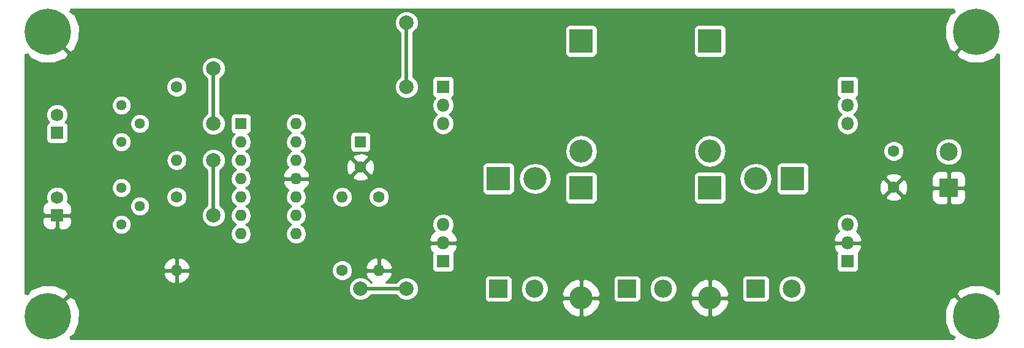
<source format=gtl>
G04 #@! TF.FileFunction,Copper,L1,Top,Signal*
%FSLAX46Y46*%
G04 Gerber Fmt 4.6, Leading zero omitted, Abs format (unit mm)*
G04 Created by KiCad (PCBNEW 4.0.7+dfsg1-1) date Sat Dec  2 04:05:33 2017*
%MOMM*%
%LPD*%
G01*
G04 APERTURE LIST*
%ADD10C,0.100000*%
%ADD11R,2.500000X2.500000*%
%ADD12C,2.500000*%
%ADD13R,1.600000X1.600000*%
%ADD14O,1.600000X1.600000*%
%ADD15C,1.600000*%
%ADD16R,1.800000X1.800000*%
%ADD17O,1.800000X1.800000*%
%ADD18C,1.440000*%
%ADD19R,1.750000X1.750000*%
%ADD20C,1.750000*%
%ADD21R,3.200000X3.200000*%
%ADD22O,3.200000X3.200000*%
%ADD23C,6.400000*%
%ADD24C,2.000000*%
%ADD25C,0.500000*%
%ADD26C,0.254000*%
G04 APERTURE END LIST*
D10*
D11*
X127000000Y-64770000D03*
D12*
X132000000Y-64770000D03*
D13*
X55880000Y-41910000D03*
D14*
X63500000Y-57150000D03*
X55880000Y-44450000D03*
X63500000Y-54610000D03*
X55880000Y-46990000D03*
X63500000Y-52070000D03*
X55880000Y-49530000D03*
X63500000Y-49530000D03*
X55880000Y-52070000D03*
X63500000Y-46990000D03*
X55880000Y-54610000D03*
X63500000Y-44450000D03*
X55880000Y-57150000D03*
X63500000Y-41910000D03*
D11*
X153670000Y-50800000D03*
D12*
X153670000Y-45800000D03*
D15*
X146050000Y-45720000D03*
X146050000Y-50720000D03*
D13*
X72390000Y-44450000D03*
D15*
X72390000Y-47950000D03*
D11*
X109220000Y-64770000D03*
D12*
X114220000Y-64770000D03*
D16*
X83820000Y-36830000D03*
D17*
X83820000Y-39370000D03*
X83820000Y-41910000D03*
D16*
X139700000Y-36830000D03*
D17*
X139700000Y-39370000D03*
X139700000Y-41910000D03*
D16*
X83820000Y-60960000D03*
D17*
X83820000Y-58420000D03*
X83820000Y-55880000D03*
D16*
X139700000Y-60960000D03*
D17*
X139700000Y-58420000D03*
X139700000Y-55880000D03*
D15*
X46990000Y-36830000D03*
D14*
X46990000Y-46990000D03*
D15*
X46990000Y-52070000D03*
D14*
X46990000Y-62230000D03*
D15*
X69850000Y-62230000D03*
D14*
X69850000Y-52070000D03*
D15*
X74930000Y-52070000D03*
D14*
X74930000Y-62230000D03*
D18*
X39370000Y-39370000D03*
X41910000Y-41910000D03*
X39370000Y-44450000D03*
X39370000Y-50800000D03*
X41910000Y-53340000D03*
X39370000Y-55880000D03*
D11*
X91440000Y-64770000D03*
D12*
X96440000Y-64770000D03*
D19*
X30480000Y-43180000D03*
D20*
X30480000Y-40680000D03*
D19*
X30480000Y-54610000D03*
D20*
X30480000Y-52110000D03*
D21*
X91440000Y-49530000D03*
D22*
X96520000Y-49530000D03*
D21*
X132080000Y-49530000D03*
D22*
X127000000Y-49530000D03*
D21*
X102870000Y-30480000D03*
D22*
X102870000Y-45720000D03*
D21*
X120650000Y-30480000D03*
D22*
X120650000Y-45720000D03*
D21*
X102870000Y-50800000D03*
D22*
X102870000Y-66040000D03*
D21*
X120650000Y-50800000D03*
D22*
X120650000Y-66040000D03*
D23*
X29210000Y-29210000D03*
X157480000Y-29210000D03*
X29210000Y-68580000D03*
X157480000Y-68580000D03*
D24*
X52070000Y-34290000D03*
X52070000Y-41910000D03*
X72390000Y-64770000D03*
X78740000Y-64770000D03*
X78740000Y-36830000D03*
X78740000Y-27940000D03*
X52070000Y-46990000D03*
X52070000Y-54610000D03*
D25*
X52070000Y-34290000D02*
X52070000Y-41910000D01*
X72390000Y-64770000D02*
X78740000Y-64770000D01*
X78740000Y-27940000D02*
X78740000Y-36830000D01*
X52070000Y-46990000D02*
X52070000Y-54610000D01*
D26*
G36*
X154260827Y-26170435D02*
X154462500Y-26372108D01*
X153824430Y-26711054D01*
X153146389Y-28300200D01*
X153128101Y-30027856D01*
X153772349Y-31631001D01*
X153824430Y-31708946D01*
X154462502Y-32047893D01*
X157300395Y-29210000D01*
X157286253Y-29195858D01*
X157465858Y-29016253D01*
X157480000Y-29030395D01*
X157494143Y-29016253D01*
X157673748Y-29195858D01*
X157659605Y-29210000D01*
X157673748Y-29224143D01*
X157494143Y-29403748D01*
X157480000Y-29389605D01*
X154642107Y-32227498D01*
X154981054Y-32865570D01*
X156570200Y-33543611D01*
X158297856Y-33561899D01*
X159901001Y-32917651D01*
X159978946Y-32865570D01*
X160317892Y-32227500D01*
X160519565Y-32429173D01*
X160605000Y-32343738D01*
X160605000Y-65446262D01*
X160519565Y-65360827D01*
X160317892Y-65562500D01*
X159978946Y-64924430D01*
X158389800Y-64246389D01*
X156662144Y-64228101D01*
X155058999Y-64872349D01*
X154981054Y-64924430D01*
X154642107Y-65562502D01*
X157480000Y-68400395D01*
X157494143Y-68386253D01*
X157673748Y-68565858D01*
X157659605Y-68580000D01*
X157673748Y-68594143D01*
X157494143Y-68773748D01*
X157480000Y-68759605D01*
X157465858Y-68773748D01*
X157286253Y-68594143D01*
X157300395Y-68580000D01*
X154462502Y-65742107D01*
X153824430Y-66081054D01*
X153146389Y-67670200D01*
X153128101Y-69397856D01*
X153772349Y-71001001D01*
X153824430Y-71078946D01*
X154462500Y-71417892D01*
X154260827Y-71619565D01*
X154346262Y-71705000D01*
X32343738Y-71705000D01*
X32429173Y-71619565D01*
X32227500Y-71417892D01*
X32865570Y-71078946D01*
X33543611Y-69489800D01*
X33561899Y-67762144D01*
X32917651Y-66158999D01*
X32865570Y-66081054D01*
X32227498Y-65742107D01*
X29389605Y-68580000D01*
X29403748Y-68594143D01*
X29224143Y-68773748D01*
X29210000Y-68759605D01*
X29195858Y-68773748D01*
X29016253Y-68594143D01*
X29030395Y-68580000D01*
X29016253Y-68565858D01*
X29195858Y-68386253D01*
X29210000Y-68400395D01*
X32047893Y-65562502D01*
X31798914Y-65093795D01*
X70754716Y-65093795D01*
X71003106Y-65694943D01*
X71462637Y-66155278D01*
X72063352Y-66404716D01*
X72713795Y-66405284D01*
X73314943Y-66156894D01*
X73775278Y-65697363D01*
X73792869Y-65655000D01*
X77336602Y-65655000D01*
X77353106Y-65694943D01*
X77812637Y-66155278D01*
X78413352Y-66404716D01*
X79063795Y-66405284D01*
X79664943Y-66156894D01*
X80125278Y-65697363D01*
X80374716Y-65096648D01*
X80375284Y-64446205D01*
X80126894Y-63845057D01*
X79802405Y-63520000D01*
X89542560Y-63520000D01*
X89542560Y-66020000D01*
X89586838Y-66255317D01*
X89725910Y-66471441D01*
X89938110Y-66616431D01*
X90190000Y-66667440D01*
X92690000Y-66667440D01*
X92925317Y-66623162D01*
X93141441Y-66484090D01*
X93286431Y-66271890D01*
X93337440Y-66020000D01*
X93337440Y-65143305D01*
X94554674Y-65143305D01*
X94841043Y-65836372D01*
X95370839Y-66367093D01*
X96063405Y-66654672D01*
X96813305Y-66655326D01*
X96961539Y-66594077D01*
X100183538Y-66594077D01*
X100600069Y-67579965D01*
X101362176Y-68331407D01*
X102315924Y-68726456D01*
X102743000Y-68493966D01*
X102743000Y-66167000D01*
X102997000Y-66167000D01*
X102997000Y-68493966D01*
X103424076Y-68726456D01*
X104377824Y-68331407D01*
X105139931Y-67579965D01*
X105556462Y-66594077D01*
X105324314Y-66167000D01*
X102997000Y-66167000D01*
X102743000Y-66167000D01*
X100415686Y-66167000D01*
X100183538Y-66594077D01*
X96961539Y-66594077D01*
X97506372Y-66368957D01*
X98037093Y-65839161D01*
X98183770Y-65485923D01*
X100183538Y-65485923D01*
X100415686Y-65913000D01*
X102743000Y-65913000D01*
X102743000Y-63586034D01*
X102997000Y-63586034D01*
X102997000Y-65913000D01*
X105324314Y-65913000D01*
X105556462Y-65485923D01*
X105139931Y-64500035D01*
X104377824Y-63748593D01*
X103825943Y-63520000D01*
X107322560Y-63520000D01*
X107322560Y-66020000D01*
X107366838Y-66255317D01*
X107505910Y-66471441D01*
X107718110Y-66616431D01*
X107970000Y-66667440D01*
X110470000Y-66667440D01*
X110705317Y-66623162D01*
X110921441Y-66484090D01*
X111066431Y-66271890D01*
X111117440Y-66020000D01*
X111117440Y-65143305D01*
X112334674Y-65143305D01*
X112621043Y-65836372D01*
X113150839Y-66367093D01*
X113843405Y-66654672D01*
X114593305Y-66655326D01*
X114741539Y-66594077D01*
X117963538Y-66594077D01*
X118380069Y-67579965D01*
X119142176Y-68331407D01*
X120095924Y-68726456D01*
X120523000Y-68493966D01*
X120523000Y-66167000D01*
X120777000Y-66167000D01*
X120777000Y-68493966D01*
X121204076Y-68726456D01*
X122157824Y-68331407D01*
X122919931Y-67579965D01*
X123336462Y-66594077D01*
X123104314Y-66167000D01*
X120777000Y-66167000D01*
X120523000Y-66167000D01*
X118195686Y-66167000D01*
X117963538Y-66594077D01*
X114741539Y-66594077D01*
X115286372Y-66368957D01*
X115817093Y-65839161D01*
X115963770Y-65485923D01*
X117963538Y-65485923D01*
X118195686Y-65913000D01*
X120523000Y-65913000D01*
X120523000Y-63586034D01*
X120777000Y-63586034D01*
X120777000Y-65913000D01*
X123104314Y-65913000D01*
X123336462Y-65485923D01*
X122919931Y-64500035D01*
X122157824Y-63748593D01*
X121605943Y-63520000D01*
X125102560Y-63520000D01*
X125102560Y-66020000D01*
X125146838Y-66255317D01*
X125285910Y-66471441D01*
X125498110Y-66616431D01*
X125750000Y-66667440D01*
X128250000Y-66667440D01*
X128485317Y-66623162D01*
X128701441Y-66484090D01*
X128846431Y-66271890D01*
X128897440Y-66020000D01*
X128897440Y-65143305D01*
X130114674Y-65143305D01*
X130401043Y-65836372D01*
X130930839Y-66367093D01*
X131623405Y-66654672D01*
X132373305Y-66655326D01*
X133066372Y-66368957D01*
X133597093Y-65839161D01*
X133884672Y-65146595D01*
X133885326Y-64396695D01*
X133598957Y-63703628D01*
X133069161Y-63172907D01*
X132376595Y-62885328D01*
X131626695Y-62884674D01*
X130933628Y-63171043D01*
X130402907Y-63700839D01*
X130115328Y-64393405D01*
X130114674Y-65143305D01*
X128897440Y-65143305D01*
X128897440Y-63520000D01*
X128853162Y-63284683D01*
X128714090Y-63068559D01*
X128501890Y-62923569D01*
X128250000Y-62872560D01*
X125750000Y-62872560D01*
X125514683Y-62916838D01*
X125298559Y-63055910D01*
X125153569Y-63268110D01*
X125102560Y-63520000D01*
X121605943Y-63520000D01*
X121204076Y-63353544D01*
X120777000Y-63586034D01*
X120523000Y-63586034D01*
X120095924Y-63353544D01*
X119142176Y-63748593D01*
X118380069Y-64500035D01*
X117963538Y-65485923D01*
X115963770Y-65485923D01*
X116104672Y-65146595D01*
X116105326Y-64396695D01*
X115818957Y-63703628D01*
X115289161Y-63172907D01*
X114596595Y-62885328D01*
X113846695Y-62884674D01*
X113153628Y-63171043D01*
X112622907Y-63700839D01*
X112335328Y-64393405D01*
X112334674Y-65143305D01*
X111117440Y-65143305D01*
X111117440Y-63520000D01*
X111073162Y-63284683D01*
X110934090Y-63068559D01*
X110721890Y-62923569D01*
X110470000Y-62872560D01*
X107970000Y-62872560D01*
X107734683Y-62916838D01*
X107518559Y-63055910D01*
X107373569Y-63268110D01*
X107322560Y-63520000D01*
X103825943Y-63520000D01*
X103424076Y-63353544D01*
X102997000Y-63586034D01*
X102743000Y-63586034D01*
X102315924Y-63353544D01*
X101362176Y-63748593D01*
X100600069Y-64500035D01*
X100183538Y-65485923D01*
X98183770Y-65485923D01*
X98324672Y-65146595D01*
X98325326Y-64396695D01*
X98038957Y-63703628D01*
X97509161Y-63172907D01*
X96816595Y-62885328D01*
X96066695Y-62884674D01*
X95373628Y-63171043D01*
X94842907Y-63700839D01*
X94555328Y-64393405D01*
X94554674Y-65143305D01*
X93337440Y-65143305D01*
X93337440Y-63520000D01*
X93293162Y-63284683D01*
X93154090Y-63068559D01*
X92941890Y-62923569D01*
X92690000Y-62872560D01*
X90190000Y-62872560D01*
X89954683Y-62916838D01*
X89738559Y-63055910D01*
X89593569Y-63268110D01*
X89542560Y-63520000D01*
X79802405Y-63520000D01*
X79667363Y-63384722D01*
X79066648Y-63135284D01*
X78416205Y-63134716D01*
X77815057Y-63383106D01*
X77354722Y-63842637D01*
X77337131Y-63885000D01*
X75938426Y-63885000D01*
X75966883Y-63873213D01*
X76516785Y-63351333D01*
X76825114Y-62658740D01*
X76583102Y-62357000D01*
X75057000Y-62357000D01*
X75057000Y-62377000D01*
X74803000Y-62377000D01*
X74803000Y-62357000D01*
X73276898Y-62357000D01*
X73034886Y-62658740D01*
X73343215Y-63351333D01*
X73893117Y-63873213D01*
X73921574Y-63885000D01*
X73793398Y-63885000D01*
X73776894Y-63845057D01*
X73317363Y-63384722D01*
X72716648Y-63135284D01*
X72066205Y-63134716D01*
X71465057Y-63383106D01*
X71004722Y-63842637D01*
X70755284Y-64443352D01*
X70754716Y-65093795D01*
X31798914Y-65093795D01*
X31708946Y-64924430D01*
X30119800Y-64246389D01*
X28392144Y-64228101D01*
X26788999Y-64872349D01*
X26711054Y-64924430D01*
X26372108Y-65562500D01*
X26170435Y-65360827D01*
X26085000Y-65446262D01*
X26085000Y-62658740D01*
X45094886Y-62658740D01*
X45403215Y-63351333D01*
X45953117Y-63873213D01*
X46561261Y-64125107D01*
X46863000Y-63882377D01*
X46863000Y-62357000D01*
X47117000Y-62357000D01*
X47117000Y-63882377D01*
X47418739Y-64125107D01*
X48026883Y-63873213D01*
X48576785Y-63351333D01*
X48885114Y-62658740D01*
X48769175Y-62514187D01*
X68414752Y-62514187D01*
X68632757Y-63041800D01*
X69036077Y-63445824D01*
X69563309Y-63664750D01*
X70134187Y-63665248D01*
X70661800Y-63447243D01*
X71065824Y-63043923D01*
X71284750Y-62516691D01*
X71285248Y-61945813D01*
X71225520Y-61801260D01*
X73034886Y-61801260D01*
X73276898Y-62103000D01*
X74803000Y-62103000D01*
X74803000Y-60577623D01*
X75057000Y-60577623D01*
X75057000Y-62103000D01*
X76583102Y-62103000D01*
X76825114Y-61801260D01*
X76516785Y-61108667D01*
X75966883Y-60586787D01*
X75358739Y-60334893D01*
X75057000Y-60577623D01*
X74803000Y-60577623D01*
X74501261Y-60334893D01*
X73893117Y-60586787D01*
X73343215Y-61108667D01*
X73034886Y-61801260D01*
X71225520Y-61801260D01*
X71067243Y-61418200D01*
X70663923Y-61014176D01*
X70136691Y-60795250D01*
X69565813Y-60794752D01*
X69038200Y-61012757D01*
X68634176Y-61416077D01*
X68415250Y-61943309D01*
X68414752Y-62514187D01*
X48769175Y-62514187D01*
X48643102Y-62357000D01*
X47117000Y-62357000D01*
X46863000Y-62357000D01*
X45336898Y-62357000D01*
X45094886Y-62658740D01*
X26085000Y-62658740D01*
X26085000Y-61801260D01*
X45094886Y-61801260D01*
X45336898Y-62103000D01*
X46863000Y-62103000D01*
X46863000Y-60577623D01*
X47117000Y-60577623D01*
X47117000Y-62103000D01*
X48643102Y-62103000D01*
X48885114Y-61801260D01*
X48576785Y-61108667D01*
X48026883Y-60586787D01*
X47418739Y-60334893D01*
X47117000Y-60577623D01*
X46863000Y-60577623D01*
X46561261Y-60334893D01*
X45953117Y-60586787D01*
X45403215Y-61108667D01*
X45094886Y-61801260D01*
X26085000Y-61801260D01*
X26085000Y-58864415D01*
X81825915Y-58864415D01*
X82147776Y-59593689D01*
X82342799Y-59779966D01*
X82323569Y-59808110D01*
X82272560Y-60060000D01*
X82272560Y-61860000D01*
X82316838Y-62095317D01*
X82455910Y-62311441D01*
X82668110Y-62456431D01*
X82920000Y-62507440D01*
X84720000Y-62507440D01*
X84955317Y-62463162D01*
X85171441Y-62324090D01*
X85316431Y-62111890D01*
X85367440Y-61860000D01*
X85367440Y-60060000D01*
X85323162Y-59824683D01*
X85295458Y-59781630D01*
X85492224Y-59593689D01*
X85814085Y-58864415D01*
X137705915Y-58864415D01*
X138027776Y-59593689D01*
X138222799Y-59779966D01*
X138203569Y-59808110D01*
X138152560Y-60060000D01*
X138152560Y-61860000D01*
X138196838Y-62095317D01*
X138335910Y-62311441D01*
X138548110Y-62456431D01*
X138800000Y-62507440D01*
X140600000Y-62507440D01*
X140835317Y-62463162D01*
X141051441Y-62324090D01*
X141196431Y-62111890D01*
X141247440Y-61860000D01*
X141247440Y-60060000D01*
X141203162Y-59824683D01*
X141175458Y-59781630D01*
X141372224Y-59593689D01*
X141694085Y-58864415D01*
X141453306Y-58547000D01*
X139827000Y-58547000D01*
X139827000Y-58567000D01*
X139573000Y-58567000D01*
X139573000Y-58547000D01*
X137946694Y-58547000D01*
X137705915Y-58864415D01*
X85814085Y-58864415D01*
X85573306Y-58547000D01*
X83947000Y-58547000D01*
X83947000Y-58567000D01*
X83693000Y-58567000D01*
X83693000Y-58547000D01*
X82066694Y-58547000D01*
X81825915Y-58864415D01*
X26085000Y-58864415D01*
X26085000Y-55022750D01*
X28462000Y-55022750D01*
X28462000Y-55712357D01*
X28636011Y-56132458D01*
X28957543Y-56453989D01*
X29377643Y-56628000D01*
X30067250Y-56628000D01*
X30353000Y-56342250D01*
X30353000Y-54737000D01*
X30607000Y-54737000D01*
X30607000Y-56342250D01*
X30892750Y-56628000D01*
X31582357Y-56628000D01*
X32002457Y-56453989D01*
X32308102Y-56148344D01*
X38014765Y-56148344D01*
X38220617Y-56646543D01*
X38601452Y-57028043D01*
X39099291Y-57234764D01*
X39638344Y-57235235D01*
X40136543Y-57029383D01*
X40518043Y-56648548D01*
X40724764Y-56150709D01*
X40725235Y-55611656D01*
X40519383Y-55113457D01*
X40138548Y-54731957D01*
X39640709Y-54525236D01*
X39101656Y-54524765D01*
X38603457Y-54730617D01*
X38221957Y-55111452D01*
X38015236Y-55609291D01*
X38014765Y-56148344D01*
X32308102Y-56148344D01*
X32323989Y-56132458D01*
X32498000Y-55712357D01*
X32498000Y-55022750D01*
X32212250Y-54737000D01*
X30607000Y-54737000D01*
X30353000Y-54737000D01*
X28747750Y-54737000D01*
X28462000Y-55022750D01*
X26085000Y-55022750D01*
X26085000Y-53507643D01*
X28462000Y-53507643D01*
X28462000Y-54197250D01*
X28747750Y-54483000D01*
X30353000Y-54483000D01*
X30353000Y-54463000D01*
X30607000Y-54463000D01*
X30607000Y-54483000D01*
X32212250Y-54483000D01*
X32498000Y-54197250D01*
X32498000Y-53608344D01*
X40554765Y-53608344D01*
X40760617Y-54106543D01*
X41141452Y-54488043D01*
X41639291Y-54694764D01*
X42178344Y-54695235D01*
X42676543Y-54489383D01*
X43058043Y-54108548D01*
X43264764Y-53610709D01*
X43265235Y-53071656D01*
X43059383Y-52573457D01*
X42840496Y-52354187D01*
X45554752Y-52354187D01*
X45772757Y-52881800D01*
X46176077Y-53285824D01*
X46703309Y-53504750D01*
X47274187Y-53505248D01*
X47801800Y-53287243D01*
X48205824Y-52883923D01*
X48424750Y-52356691D01*
X48425248Y-51785813D01*
X48207243Y-51258200D01*
X47803923Y-50854176D01*
X47276691Y-50635250D01*
X46705813Y-50634752D01*
X46178200Y-50852757D01*
X45774176Y-51256077D01*
X45555250Y-51783309D01*
X45554752Y-52354187D01*
X42840496Y-52354187D01*
X42678548Y-52191957D01*
X42180709Y-51985236D01*
X41641656Y-51984765D01*
X41143457Y-52190617D01*
X40761957Y-52571452D01*
X40555236Y-53069291D01*
X40554765Y-53608344D01*
X32498000Y-53608344D01*
X32498000Y-53507643D01*
X32323989Y-53087542D01*
X32002457Y-52766011D01*
X31866064Y-52709515D01*
X31989738Y-52411675D01*
X31990262Y-51810960D01*
X31760862Y-51255771D01*
X31573763Y-51068344D01*
X38014765Y-51068344D01*
X38220617Y-51566543D01*
X38601452Y-51948043D01*
X39099291Y-52154764D01*
X39638344Y-52155235D01*
X40136543Y-51949383D01*
X40518043Y-51568548D01*
X40724764Y-51070709D01*
X40725235Y-50531656D01*
X40519383Y-50033457D01*
X40138548Y-49651957D01*
X39640709Y-49445236D01*
X39101656Y-49444765D01*
X38603457Y-49650617D01*
X38221957Y-50031452D01*
X38015236Y-50529291D01*
X38014765Y-51068344D01*
X31573763Y-51068344D01*
X31336463Y-50830630D01*
X30781675Y-50600262D01*
X30180960Y-50599738D01*
X29625771Y-50829138D01*
X29200630Y-51253537D01*
X28970262Y-51808325D01*
X28969738Y-52409040D01*
X29093899Y-52709531D01*
X28957543Y-52766011D01*
X28636011Y-53087542D01*
X28462000Y-53507643D01*
X26085000Y-53507643D01*
X26085000Y-46961887D01*
X45555000Y-46961887D01*
X45555000Y-47018113D01*
X45664233Y-47567264D01*
X45975302Y-48032811D01*
X46440849Y-48343880D01*
X46990000Y-48453113D01*
X47539151Y-48343880D01*
X48004698Y-48032811D01*
X48315767Y-47567264D01*
X48366185Y-47313795D01*
X50434716Y-47313795D01*
X50683106Y-47914943D01*
X51142637Y-48375278D01*
X51185000Y-48392869D01*
X51185000Y-53206602D01*
X51145057Y-53223106D01*
X50684722Y-53682637D01*
X50435284Y-54283352D01*
X50434716Y-54933795D01*
X50683106Y-55534943D01*
X51142637Y-55995278D01*
X51743352Y-56244716D01*
X52393795Y-56245284D01*
X52994943Y-55996894D01*
X53455278Y-55537363D01*
X53704716Y-54936648D01*
X53705284Y-54286205D01*
X53456894Y-53685057D01*
X52997363Y-53224722D01*
X52955000Y-53207131D01*
X52955000Y-48393398D01*
X52994943Y-48376894D01*
X53455278Y-47917363D01*
X53704716Y-47316648D01*
X53705284Y-46666205D01*
X53456894Y-46065057D01*
X52997363Y-45604722D01*
X52396648Y-45355284D01*
X51746205Y-45354716D01*
X51145057Y-45603106D01*
X50684722Y-46062637D01*
X50435284Y-46663352D01*
X50434716Y-47313795D01*
X48366185Y-47313795D01*
X48425000Y-47018113D01*
X48425000Y-46961887D01*
X48315767Y-46412736D01*
X48004698Y-45947189D01*
X47539151Y-45636120D01*
X46990000Y-45526887D01*
X46440849Y-45636120D01*
X45975302Y-45947189D01*
X45664233Y-46412736D01*
X45555000Y-46961887D01*
X26085000Y-46961887D01*
X26085000Y-44718344D01*
X38014765Y-44718344D01*
X38220617Y-45216543D01*
X38601452Y-45598043D01*
X39099291Y-45804764D01*
X39638344Y-45805235D01*
X40136543Y-45599383D01*
X40518043Y-45218548D01*
X40724764Y-44720709D01*
X40725000Y-44450000D01*
X54416887Y-44450000D01*
X54526120Y-44999151D01*
X54837189Y-45464698D01*
X55219275Y-45720000D01*
X54837189Y-45975302D01*
X54526120Y-46440849D01*
X54416887Y-46990000D01*
X54526120Y-47539151D01*
X54837189Y-48004698D01*
X55219275Y-48260000D01*
X54837189Y-48515302D01*
X54526120Y-48980849D01*
X54416887Y-49530000D01*
X54526120Y-50079151D01*
X54837189Y-50544698D01*
X55219275Y-50800000D01*
X54837189Y-51055302D01*
X54526120Y-51520849D01*
X54416887Y-52070000D01*
X54526120Y-52619151D01*
X54837189Y-53084698D01*
X55219275Y-53340000D01*
X54837189Y-53595302D01*
X54526120Y-54060849D01*
X54416887Y-54610000D01*
X54526120Y-55159151D01*
X54837189Y-55624698D01*
X55219275Y-55880000D01*
X54837189Y-56135302D01*
X54526120Y-56600849D01*
X54416887Y-57150000D01*
X54526120Y-57699151D01*
X54837189Y-58164698D01*
X55302736Y-58475767D01*
X55851887Y-58585000D01*
X55908113Y-58585000D01*
X56457264Y-58475767D01*
X56922811Y-58164698D01*
X57233880Y-57699151D01*
X57343113Y-57150000D01*
X57233880Y-56600849D01*
X56922811Y-56135302D01*
X56540725Y-55880000D01*
X56922811Y-55624698D01*
X57233880Y-55159151D01*
X57343113Y-54610000D01*
X57233880Y-54060849D01*
X56922811Y-53595302D01*
X56540725Y-53340000D01*
X56922811Y-53084698D01*
X57233880Y-52619151D01*
X57343113Y-52070000D01*
X57233880Y-51520849D01*
X56922811Y-51055302D01*
X56540725Y-50800000D01*
X56922811Y-50544698D01*
X57233880Y-50079151D01*
X57257831Y-49958739D01*
X61604893Y-49958739D01*
X61856787Y-50566883D01*
X62378667Y-51116785D01*
X62407524Y-51129631D01*
X62146120Y-51520849D01*
X62036887Y-52070000D01*
X62146120Y-52619151D01*
X62457189Y-53084698D01*
X62839275Y-53340000D01*
X62457189Y-53595302D01*
X62146120Y-54060849D01*
X62036887Y-54610000D01*
X62146120Y-55159151D01*
X62457189Y-55624698D01*
X62839275Y-55880000D01*
X62457189Y-56135302D01*
X62146120Y-56600849D01*
X62036887Y-57150000D01*
X62146120Y-57699151D01*
X62457189Y-58164698D01*
X62922736Y-58475767D01*
X63471887Y-58585000D01*
X63528113Y-58585000D01*
X64077264Y-58475767D01*
X64542811Y-58164698D01*
X64669172Y-57975585D01*
X81825915Y-57975585D01*
X82066694Y-58293000D01*
X83693000Y-58293000D01*
X83693000Y-58273000D01*
X83947000Y-58273000D01*
X83947000Y-58293000D01*
X85573306Y-58293000D01*
X85814085Y-57975585D01*
X137705915Y-57975585D01*
X137946694Y-58293000D01*
X139573000Y-58293000D01*
X139573000Y-58273000D01*
X139827000Y-58273000D01*
X139827000Y-58293000D01*
X141453306Y-58293000D01*
X141694085Y-57975585D01*
X141372224Y-57246311D01*
X140911714Y-56806453D01*
X141118155Y-56497491D01*
X141235000Y-55910072D01*
X141235000Y-55849928D01*
X141118155Y-55262509D01*
X140785409Y-54764519D01*
X140287419Y-54431773D01*
X139700000Y-54314928D01*
X139112581Y-54431773D01*
X138614591Y-54764519D01*
X138281845Y-55262509D01*
X138165000Y-55849928D01*
X138165000Y-55910072D01*
X138281845Y-56497491D01*
X138488286Y-56806453D01*
X138027776Y-57246311D01*
X137705915Y-57975585D01*
X85814085Y-57975585D01*
X85492224Y-57246311D01*
X85031714Y-56806453D01*
X85238155Y-56497491D01*
X85355000Y-55910072D01*
X85355000Y-55849928D01*
X85238155Y-55262509D01*
X84905409Y-54764519D01*
X84407419Y-54431773D01*
X83820000Y-54314928D01*
X83232581Y-54431773D01*
X82734591Y-54764519D01*
X82401845Y-55262509D01*
X82285000Y-55849928D01*
X82285000Y-55910072D01*
X82401845Y-56497491D01*
X82608286Y-56806453D01*
X82147776Y-57246311D01*
X81825915Y-57975585D01*
X64669172Y-57975585D01*
X64853880Y-57699151D01*
X64963113Y-57150000D01*
X64853880Y-56600849D01*
X64542811Y-56135302D01*
X64160725Y-55880000D01*
X64542811Y-55624698D01*
X64853880Y-55159151D01*
X64963113Y-54610000D01*
X64853880Y-54060849D01*
X64542811Y-53595302D01*
X64160725Y-53340000D01*
X64542811Y-53084698D01*
X64853880Y-52619151D01*
X64963113Y-52070000D01*
X64957521Y-52041887D01*
X68415000Y-52041887D01*
X68415000Y-52098113D01*
X68524233Y-52647264D01*
X68835302Y-53112811D01*
X69300849Y-53423880D01*
X69850000Y-53533113D01*
X70399151Y-53423880D01*
X70864698Y-53112811D01*
X71175767Y-52647264D01*
X71234063Y-52354187D01*
X73494752Y-52354187D01*
X73712757Y-52881800D01*
X74116077Y-53285824D01*
X74643309Y-53504750D01*
X75214187Y-53505248D01*
X75741800Y-53287243D01*
X76145824Y-52883923D01*
X76364750Y-52356691D01*
X76365248Y-51785813D01*
X76147243Y-51258200D01*
X75743923Y-50854176D01*
X75216691Y-50635250D01*
X74645813Y-50634752D01*
X74118200Y-50852757D01*
X73714176Y-51256077D01*
X73495250Y-51783309D01*
X73494752Y-52354187D01*
X71234063Y-52354187D01*
X71285000Y-52098113D01*
X71285000Y-52041887D01*
X71175767Y-51492736D01*
X70864698Y-51027189D01*
X70399151Y-50716120D01*
X69850000Y-50606887D01*
X69300849Y-50716120D01*
X68835302Y-51027189D01*
X68524233Y-51492736D01*
X68415000Y-52041887D01*
X64957521Y-52041887D01*
X64853880Y-51520849D01*
X64592476Y-51129631D01*
X64621333Y-51116785D01*
X65143213Y-50566883D01*
X65395107Y-49958739D01*
X65152377Y-49657000D01*
X63627000Y-49657000D01*
X63627000Y-49677000D01*
X63373000Y-49677000D01*
X63373000Y-49657000D01*
X61847623Y-49657000D01*
X61604893Y-49958739D01*
X57257831Y-49958739D01*
X57343113Y-49530000D01*
X57257832Y-49101261D01*
X61604893Y-49101261D01*
X61847623Y-49403000D01*
X63373000Y-49403000D01*
X63373000Y-49383000D01*
X63627000Y-49383000D01*
X63627000Y-49403000D01*
X65152377Y-49403000D01*
X65287359Y-49235203D01*
X71284402Y-49235203D01*
X71330699Y-49624068D01*
X72051971Y-49902014D01*
X72824706Y-49882784D01*
X73449301Y-49624068D01*
X73495598Y-49235203D01*
X72390000Y-48129605D01*
X71284402Y-49235203D01*
X65287359Y-49235203D01*
X65395107Y-49101261D01*
X65143213Y-48493117D01*
X64621333Y-47943215D01*
X64592476Y-47930369D01*
X64805223Y-47611971D01*
X70437986Y-47611971D01*
X70457216Y-48384706D01*
X70715932Y-49009301D01*
X71104797Y-49055598D01*
X72210395Y-47950000D01*
X72569605Y-47950000D01*
X73675203Y-49055598D01*
X74064068Y-49009301D01*
X74342014Y-48288029D01*
X74333105Y-47930000D01*
X89192560Y-47930000D01*
X89192560Y-51130000D01*
X89236838Y-51365317D01*
X89375910Y-51581441D01*
X89588110Y-51726431D01*
X89840000Y-51777440D01*
X93040000Y-51777440D01*
X93275317Y-51733162D01*
X93491441Y-51594090D01*
X93636431Y-51381890D01*
X93687440Y-51130000D01*
X93687440Y-49530000D01*
X94241214Y-49530000D01*
X94411343Y-50385297D01*
X94895830Y-51110384D01*
X95620917Y-51594871D01*
X96476214Y-51765000D01*
X96563786Y-51765000D01*
X97419083Y-51594871D01*
X98144170Y-51110384D01*
X98628657Y-50385297D01*
X98798786Y-49530000D01*
X98733145Y-49200000D01*
X100622560Y-49200000D01*
X100622560Y-52400000D01*
X100666838Y-52635317D01*
X100805910Y-52851441D01*
X101018110Y-52996431D01*
X101270000Y-53047440D01*
X104470000Y-53047440D01*
X104705317Y-53003162D01*
X104921441Y-52864090D01*
X105066431Y-52651890D01*
X105117440Y-52400000D01*
X105117440Y-49200000D01*
X118402560Y-49200000D01*
X118402560Y-52400000D01*
X118446838Y-52635317D01*
X118585910Y-52851441D01*
X118798110Y-52996431D01*
X119050000Y-53047440D01*
X122250000Y-53047440D01*
X122485317Y-53003162D01*
X122701441Y-52864090D01*
X122846431Y-52651890D01*
X122897440Y-52400000D01*
X122897440Y-52005203D01*
X144944402Y-52005203D01*
X144990699Y-52394068D01*
X145711971Y-52672014D01*
X146484706Y-52652784D01*
X147109301Y-52394068D01*
X147155598Y-52005203D01*
X146050000Y-50899605D01*
X144944402Y-52005203D01*
X122897440Y-52005203D01*
X122897440Y-49530000D01*
X124721214Y-49530000D01*
X124891343Y-50385297D01*
X125375830Y-51110384D01*
X126100917Y-51594871D01*
X126956214Y-51765000D01*
X127043786Y-51765000D01*
X127899083Y-51594871D01*
X128624170Y-51110384D01*
X129108657Y-50385297D01*
X129278786Y-49530000D01*
X129108657Y-48674703D01*
X128624170Y-47949616D01*
X128594813Y-47930000D01*
X129832560Y-47930000D01*
X129832560Y-51130000D01*
X129876838Y-51365317D01*
X130015910Y-51581441D01*
X130228110Y-51726431D01*
X130480000Y-51777440D01*
X133680000Y-51777440D01*
X133915317Y-51733162D01*
X134131441Y-51594090D01*
X134276431Y-51381890D01*
X134327440Y-51130000D01*
X134327440Y-50381971D01*
X144097986Y-50381971D01*
X144117216Y-51154706D01*
X144375932Y-51779301D01*
X144764797Y-51825598D01*
X145870395Y-50720000D01*
X146229605Y-50720000D01*
X147335203Y-51825598D01*
X147724068Y-51779301D01*
X147942391Y-51212750D01*
X151277000Y-51212750D01*
X151277000Y-52277357D01*
X151451011Y-52697458D01*
X151772543Y-53018989D01*
X152192643Y-53193000D01*
X153257250Y-53193000D01*
X153543000Y-52907250D01*
X153543000Y-50927000D01*
X153797000Y-50927000D01*
X153797000Y-52907250D01*
X154082750Y-53193000D01*
X155147357Y-53193000D01*
X155567457Y-53018989D01*
X155888989Y-52697458D01*
X156063000Y-52277357D01*
X156063000Y-51212750D01*
X155777250Y-50927000D01*
X153797000Y-50927000D01*
X153543000Y-50927000D01*
X151562750Y-50927000D01*
X151277000Y-51212750D01*
X147942391Y-51212750D01*
X148002014Y-51058029D01*
X147982784Y-50285294D01*
X147724068Y-49660699D01*
X147335203Y-49614402D01*
X146229605Y-50720000D01*
X145870395Y-50720000D01*
X144764797Y-49614402D01*
X144375932Y-49660699D01*
X144097986Y-50381971D01*
X134327440Y-50381971D01*
X134327440Y-49434797D01*
X144944402Y-49434797D01*
X146050000Y-50540395D01*
X147155598Y-49434797D01*
X147142246Y-49322643D01*
X151277000Y-49322643D01*
X151277000Y-50387250D01*
X151562750Y-50673000D01*
X153543000Y-50673000D01*
X153543000Y-48692750D01*
X153797000Y-48692750D01*
X153797000Y-50673000D01*
X155777250Y-50673000D01*
X156063000Y-50387250D01*
X156063000Y-49322643D01*
X155888989Y-48902542D01*
X155567457Y-48581011D01*
X155147357Y-48407000D01*
X154082750Y-48407000D01*
X153797000Y-48692750D01*
X153543000Y-48692750D01*
X153257250Y-48407000D01*
X152192643Y-48407000D01*
X151772543Y-48581011D01*
X151451011Y-48902542D01*
X151277000Y-49322643D01*
X147142246Y-49322643D01*
X147109301Y-49045932D01*
X146388029Y-48767986D01*
X145615294Y-48787216D01*
X144990699Y-49045932D01*
X144944402Y-49434797D01*
X134327440Y-49434797D01*
X134327440Y-47930000D01*
X134283162Y-47694683D01*
X134144090Y-47478559D01*
X133931890Y-47333569D01*
X133680000Y-47282560D01*
X130480000Y-47282560D01*
X130244683Y-47326838D01*
X130028559Y-47465910D01*
X129883569Y-47678110D01*
X129832560Y-47930000D01*
X128594813Y-47930000D01*
X127899083Y-47465129D01*
X127043786Y-47295000D01*
X126956214Y-47295000D01*
X126100917Y-47465129D01*
X125375830Y-47949616D01*
X124891343Y-48674703D01*
X124721214Y-49530000D01*
X122897440Y-49530000D01*
X122897440Y-49200000D01*
X122853162Y-48964683D01*
X122714090Y-48748559D01*
X122501890Y-48603569D01*
X122250000Y-48552560D01*
X119050000Y-48552560D01*
X118814683Y-48596838D01*
X118598559Y-48735910D01*
X118453569Y-48948110D01*
X118402560Y-49200000D01*
X105117440Y-49200000D01*
X105073162Y-48964683D01*
X104934090Y-48748559D01*
X104721890Y-48603569D01*
X104470000Y-48552560D01*
X101270000Y-48552560D01*
X101034683Y-48596838D01*
X100818559Y-48735910D01*
X100673569Y-48948110D01*
X100622560Y-49200000D01*
X98733145Y-49200000D01*
X98628657Y-48674703D01*
X98144170Y-47949616D01*
X97419083Y-47465129D01*
X96563786Y-47295000D01*
X96476214Y-47295000D01*
X95620917Y-47465129D01*
X94895830Y-47949616D01*
X94411343Y-48674703D01*
X94241214Y-49530000D01*
X93687440Y-49530000D01*
X93687440Y-47930000D01*
X93643162Y-47694683D01*
X93504090Y-47478559D01*
X93291890Y-47333569D01*
X93040000Y-47282560D01*
X89840000Y-47282560D01*
X89604683Y-47326838D01*
X89388559Y-47465910D01*
X89243569Y-47678110D01*
X89192560Y-47930000D01*
X74333105Y-47930000D01*
X74322784Y-47515294D01*
X74064068Y-46890699D01*
X73675203Y-46844402D01*
X72569605Y-47950000D01*
X72210395Y-47950000D01*
X71104797Y-46844402D01*
X70715932Y-46890699D01*
X70437986Y-47611971D01*
X64805223Y-47611971D01*
X64853880Y-47539151D01*
X64963113Y-46990000D01*
X64898427Y-46664797D01*
X71284402Y-46664797D01*
X72390000Y-47770395D01*
X73495598Y-46664797D01*
X73449301Y-46275932D01*
X72728029Y-45997986D01*
X71955294Y-46017216D01*
X71330699Y-46275932D01*
X71284402Y-46664797D01*
X64898427Y-46664797D01*
X64853880Y-46440849D01*
X64542811Y-45975302D01*
X64160725Y-45720000D01*
X64542811Y-45464698D01*
X64853880Y-44999151D01*
X64963113Y-44450000D01*
X64853880Y-43900849D01*
X64686268Y-43650000D01*
X70942560Y-43650000D01*
X70942560Y-45250000D01*
X70986838Y-45485317D01*
X71125910Y-45701441D01*
X71338110Y-45846431D01*
X71590000Y-45897440D01*
X73190000Y-45897440D01*
X73425317Y-45853162D01*
X73641441Y-45714090D01*
X73667320Y-45676214D01*
X100635000Y-45676214D01*
X100635000Y-45763786D01*
X100805129Y-46619083D01*
X101289616Y-47344170D01*
X102014703Y-47828657D01*
X102870000Y-47998786D01*
X103725297Y-47828657D01*
X104450384Y-47344170D01*
X104934871Y-46619083D01*
X105105000Y-45763786D01*
X105105000Y-45676214D01*
X118415000Y-45676214D01*
X118415000Y-45763786D01*
X118585129Y-46619083D01*
X119069616Y-47344170D01*
X119794703Y-47828657D01*
X120650000Y-47998786D01*
X121505297Y-47828657D01*
X122230384Y-47344170D01*
X122714871Y-46619083D01*
X122837181Y-46004187D01*
X144614752Y-46004187D01*
X144832757Y-46531800D01*
X145236077Y-46935824D01*
X145763309Y-47154750D01*
X146334187Y-47155248D01*
X146861800Y-46937243D01*
X147265824Y-46533923D01*
X147415565Y-46173305D01*
X151784674Y-46173305D01*
X152071043Y-46866372D01*
X152600839Y-47397093D01*
X153293405Y-47684672D01*
X154043305Y-47685326D01*
X154736372Y-47398957D01*
X155267093Y-46869161D01*
X155554672Y-46176595D01*
X155555326Y-45426695D01*
X155268957Y-44733628D01*
X154739161Y-44202907D01*
X154046595Y-43915328D01*
X153296695Y-43914674D01*
X152603628Y-44201043D01*
X152072907Y-44730839D01*
X151785328Y-45423405D01*
X151784674Y-46173305D01*
X147415565Y-46173305D01*
X147484750Y-46006691D01*
X147485248Y-45435813D01*
X147267243Y-44908200D01*
X146863923Y-44504176D01*
X146336691Y-44285250D01*
X145765813Y-44284752D01*
X145238200Y-44502757D01*
X144834176Y-44906077D01*
X144615250Y-45433309D01*
X144614752Y-46004187D01*
X122837181Y-46004187D01*
X122885000Y-45763786D01*
X122885000Y-45676214D01*
X122714871Y-44820917D01*
X122230384Y-44095830D01*
X121505297Y-43611343D01*
X120650000Y-43441214D01*
X119794703Y-43611343D01*
X119069616Y-44095830D01*
X118585129Y-44820917D01*
X118415000Y-45676214D01*
X105105000Y-45676214D01*
X104934871Y-44820917D01*
X104450384Y-44095830D01*
X103725297Y-43611343D01*
X102870000Y-43441214D01*
X102014703Y-43611343D01*
X101289616Y-44095830D01*
X100805129Y-44820917D01*
X100635000Y-45676214D01*
X73667320Y-45676214D01*
X73786431Y-45501890D01*
X73837440Y-45250000D01*
X73837440Y-43650000D01*
X73793162Y-43414683D01*
X73654090Y-43198559D01*
X73441890Y-43053569D01*
X73190000Y-43002560D01*
X71590000Y-43002560D01*
X71354683Y-43046838D01*
X71138559Y-43185910D01*
X70993569Y-43398110D01*
X70942560Y-43650000D01*
X64686268Y-43650000D01*
X64542811Y-43435302D01*
X64160725Y-43180000D01*
X64542811Y-42924698D01*
X64853880Y-42459151D01*
X64963113Y-41910000D01*
X64853880Y-41360849D01*
X64542811Y-40895302D01*
X64077264Y-40584233D01*
X63528113Y-40475000D01*
X63471887Y-40475000D01*
X62922736Y-40584233D01*
X62457189Y-40895302D01*
X62146120Y-41360849D01*
X62036887Y-41910000D01*
X62146120Y-42459151D01*
X62457189Y-42924698D01*
X62839275Y-43180000D01*
X62457189Y-43435302D01*
X62146120Y-43900849D01*
X62036887Y-44450000D01*
X62146120Y-44999151D01*
X62457189Y-45464698D01*
X62839275Y-45720000D01*
X62457189Y-45975302D01*
X62146120Y-46440849D01*
X62036887Y-46990000D01*
X62146120Y-47539151D01*
X62407524Y-47930369D01*
X62378667Y-47943215D01*
X61856787Y-48493117D01*
X61604893Y-49101261D01*
X57257832Y-49101261D01*
X57233880Y-48980849D01*
X56922811Y-48515302D01*
X56540725Y-48260000D01*
X56922811Y-48004698D01*
X57233880Y-47539151D01*
X57343113Y-46990000D01*
X57233880Y-46440849D01*
X56922811Y-45975302D01*
X56540725Y-45720000D01*
X56922811Y-45464698D01*
X57233880Y-44999151D01*
X57343113Y-44450000D01*
X57233880Y-43900849D01*
X56922811Y-43435302D01*
X56778535Y-43338899D01*
X56915317Y-43313162D01*
X57131441Y-43174090D01*
X57276431Y-42961890D01*
X57327440Y-42710000D01*
X57327440Y-41110000D01*
X57283162Y-40874683D01*
X57144090Y-40658559D01*
X56931890Y-40513569D01*
X56680000Y-40462560D01*
X55080000Y-40462560D01*
X54844683Y-40506838D01*
X54628559Y-40645910D01*
X54483569Y-40858110D01*
X54432560Y-41110000D01*
X54432560Y-42710000D01*
X54476838Y-42945317D01*
X54615910Y-43161441D01*
X54828110Y-43306431D01*
X54983089Y-43337815D01*
X54837189Y-43435302D01*
X54526120Y-43900849D01*
X54416887Y-44450000D01*
X40725000Y-44450000D01*
X40725235Y-44181656D01*
X40519383Y-43683457D01*
X40138548Y-43301957D01*
X39640709Y-43095236D01*
X39101656Y-43094765D01*
X38603457Y-43300617D01*
X38221957Y-43681452D01*
X38015236Y-44179291D01*
X38014765Y-44718344D01*
X26085000Y-44718344D01*
X26085000Y-42305000D01*
X28957560Y-42305000D01*
X28957560Y-44055000D01*
X29001838Y-44290317D01*
X29140910Y-44506441D01*
X29353110Y-44651431D01*
X29605000Y-44702440D01*
X31355000Y-44702440D01*
X31590317Y-44658162D01*
X31806441Y-44519090D01*
X31951431Y-44306890D01*
X32002440Y-44055000D01*
X32002440Y-42305000D01*
X31978609Y-42178344D01*
X40554765Y-42178344D01*
X40760617Y-42676543D01*
X41141452Y-43058043D01*
X41639291Y-43264764D01*
X42178344Y-43265235D01*
X42676543Y-43059383D01*
X43058043Y-42678548D01*
X43264764Y-42180709D01*
X43265235Y-41641656D01*
X43059383Y-41143457D01*
X42678548Y-40761957D01*
X42180709Y-40555236D01*
X41641656Y-40554765D01*
X41143457Y-40760617D01*
X40761957Y-41141452D01*
X40555236Y-41639291D01*
X40554765Y-42178344D01*
X31978609Y-42178344D01*
X31958162Y-42069683D01*
X31819090Y-41853559D01*
X31606890Y-41708569D01*
X31590324Y-41705214D01*
X31759370Y-41536463D01*
X31989738Y-40981675D01*
X31990262Y-40380960D01*
X31760862Y-39825771D01*
X31573763Y-39638344D01*
X38014765Y-39638344D01*
X38220617Y-40136543D01*
X38601452Y-40518043D01*
X39099291Y-40724764D01*
X39638344Y-40725235D01*
X40136543Y-40519383D01*
X40518043Y-40138548D01*
X40724764Y-39640709D01*
X40725235Y-39101656D01*
X40519383Y-38603457D01*
X40138548Y-38221957D01*
X39640709Y-38015236D01*
X39101656Y-38014765D01*
X38603457Y-38220617D01*
X38221957Y-38601452D01*
X38015236Y-39099291D01*
X38014765Y-39638344D01*
X31573763Y-39638344D01*
X31336463Y-39400630D01*
X30781675Y-39170262D01*
X30180960Y-39169738D01*
X29625771Y-39399138D01*
X29200630Y-39823537D01*
X28970262Y-40378325D01*
X28969738Y-40979040D01*
X29199138Y-41534229D01*
X29367717Y-41703103D01*
X29153559Y-41840910D01*
X29008569Y-42053110D01*
X28957560Y-42305000D01*
X26085000Y-42305000D01*
X26085000Y-37114187D01*
X45554752Y-37114187D01*
X45772757Y-37641800D01*
X46176077Y-38045824D01*
X46703309Y-38264750D01*
X47274187Y-38265248D01*
X47801800Y-38047243D01*
X48205824Y-37643923D01*
X48424750Y-37116691D01*
X48425248Y-36545813D01*
X48207243Y-36018200D01*
X47803923Y-35614176D01*
X47276691Y-35395250D01*
X46705813Y-35394752D01*
X46178200Y-35612757D01*
X45774176Y-36016077D01*
X45555250Y-36543309D01*
X45554752Y-37114187D01*
X26085000Y-37114187D01*
X26085000Y-34613795D01*
X50434716Y-34613795D01*
X50683106Y-35214943D01*
X51142637Y-35675278D01*
X51185000Y-35692869D01*
X51185000Y-40506602D01*
X51145057Y-40523106D01*
X50684722Y-40982637D01*
X50435284Y-41583352D01*
X50434716Y-42233795D01*
X50683106Y-42834943D01*
X51142637Y-43295278D01*
X51743352Y-43544716D01*
X52393795Y-43545284D01*
X52994943Y-43296894D01*
X53455278Y-42837363D01*
X53704716Y-42236648D01*
X53705284Y-41586205D01*
X53456894Y-40985057D01*
X52997363Y-40524722D01*
X52955000Y-40507131D01*
X52955000Y-35693398D01*
X52994943Y-35676894D01*
X53455278Y-35217363D01*
X53704716Y-34616648D01*
X53705284Y-33966205D01*
X53456894Y-33365057D01*
X52997363Y-32904722D01*
X52396648Y-32655284D01*
X51746205Y-32654716D01*
X51145057Y-32903106D01*
X50684722Y-33362637D01*
X50435284Y-33963352D01*
X50434716Y-34613795D01*
X26085000Y-34613795D01*
X26085000Y-32343738D01*
X26170435Y-32429173D01*
X26372108Y-32227500D01*
X26711054Y-32865570D01*
X28300200Y-33543611D01*
X30027856Y-33561899D01*
X31631001Y-32917651D01*
X31708946Y-32865570D01*
X32047893Y-32227498D01*
X29210000Y-29389605D01*
X29195858Y-29403748D01*
X29016253Y-29224143D01*
X29030395Y-29210000D01*
X29016253Y-29195858D01*
X29195858Y-29016253D01*
X29210000Y-29030395D01*
X29224143Y-29016253D01*
X29403748Y-29195858D01*
X29389605Y-29210000D01*
X32227498Y-32047893D01*
X32865570Y-31708946D01*
X33543611Y-30119800D01*
X33561899Y-28392144D01*
X33510321Y-28263795D01*
X77104716Y-28263795D01*
X77353106Y-28864943D01*
X77812637Y-29325278D01*
X77855000Y-29342869D01*
X77855000Y-35426602D01*
X77815057Y-35443106D01*
X77354722Y-35902637D01*
X77105284Y-36503352D01*
X77104716Y-37153795D01*
X77353106Y-37754943D01*
X77812637Y-38215278D01*
X78413352Y-38464716D01*
X79063795Y-38465284D01*
X79664943Y-38216894D01*
X80125278Y-37757363D01*
X80374716Y-37156648D01*
X80375284Y-36506205D01*
X80137201Y-35930000D01*
X82272560Y-35930000D01*
X82272560Y-37730000D01*
X82316838Y-37965317D01*
X82455910Y-38181441D01*
X82668110Y-38326431D01*
X82684344Y-38329719D01*
X82401845Y-38752509D01*
X82285000Y-39339928D01*
X82285000Y-39400072D01*
X82401845Y-39987491D01*
X82734591Y-40485481D01*
X82965845Y-40640000D01*
X82734591Y-40794519D01*
X82401845Y-41292509D01*
X82285000Y-41879928D01*
X82285000Y-41940072D01*
X82401845Y-42527491D01*
X82734591Y-43025481D01*
X83232581Y-43358227D01*
X83820000Y-43475072D01*
X84407419Y-43358227D01*
X84905409Y-43025481D01*
X85238155Y-42527491D01*
X85355000Y-41940072D01*
X85355000Y-41879928D01*
X85238155Y-41292509D01*
X84905409Y-40794519D01*
X84674155Y-40640000D01*
X84905409Y-40485481D01*
X85238155Y-39987491D01*
X85355000Y-39400072D01*
X85355000Y-39339928D01*
X85238155Y-38752509D01*
X84957163Y-38331974D01*
X85171441Y-38194090D01*
X85316431Y-37981890D01*
X85367440Y-37730000D01*
X85367440Y-35930000D01*
X138152560Y-35930000D01*
X138152560Y-37730000D01*
X138196838Y-37965317D01*
X138335910Y-38181441D01*
X138548110Y-38326431D01*
X138564344Y-38329719D01*
X138281845Y-38752509D01*
X138165000Y-39339928D01*
X138165000Y-39400072D01*
X138281845Y-39987491D01*
X138614591Y-40485481D01*
X138845845Y-40640000D01*
X138614591Y-40794519D01*
X138281845Y-41292509D01*
X138165000Y-41879928D01*
X138165000Y-41940072D01*
X138281845Y-42527491D01*
X138614591Y-43025481D01*
X139112581Y-43358227D01*
X139700000Y-43475072D01*
X140287419Y-43358227D01*
X140785409Y-43025481D01*
X141118155Y-42527491D01*
X141235000Y-41940072D01*
X141235000Y-41879928D01*
X141118155Y-41292509D01*
X140785409Y-40794519D01*
X140554155Y-40640000D01*
X140785409Y-40485481D01*
X141118155Y-39987491D01*
X141235000Y-39400072D01*
X141235000Y-39339928D01*
X141118155Y-38752509D01*
X140837163Y-38331974D01*
X141051441Y-38194090D01*
X141196431Y-37981890D01*
X141247440Y-37730000D01*
X141247440Y-35930000D01*
X141203162Y-35694683D01*
X141064090Y-35478559D01*
X140851890Y-35333569D01*
X140600000Y-35282560D01*
X138800000Y-35282560D01*
X138564683Y-35326838D01*
X138348559Y-35465910D01*
X138203569Y-35678110D01*
X138152560Y-35930000D01*
X85367440Y-35930000D01*
X85323162Y-35694683D01*
X85184090Y-35478559D01*
X84971890Y-35333569D01*
X84720000Y-35282560D01*
X82920000Y-35282560D01*
X82684683Y-35326838D01*
X82468559Y-35465910D01*
X82323569Y-35678110D01*
X82272560Y-35930000D01*
X80137201Y-35930000D01*
X80126894Y-35905057D01*
X79667363Y-35444722D01*
X79625000Y-35427131D01*
X79625000Y-29343398D01*
X79664943Y-29326894D01*
X80112618Y-28880000D01*
X100622560Y-28880000D01*
X100622560Y-32080000D01*
X100666838Y-32315317D01*
X100805910Y-32531441D01*
X101018110Y-32676431D01*
X101270000Y-32727440D01*
X104470000Y-32727440D01*
X104705317Y-32683162D01*
X104921441Y-32544090D01*
X105066431Y-32331890D01*
X105117440Y-32080000D01*
X105117440Y-28880000D01*
X118402560Y-28880000D01*
X118402560Y-32080000D01*
X118446838Y-32315317D01*
X118585910Y-32531441D01*
X118798110Y-32676431D01*
X119050000Y-32727440D01*
X122250000Y-32727440D01*
X122485317Y-32683162D01*
X122701441Y-32544090D01*
X122846431Y-32331890D01*
X122897440Y-32080000D01*
X122897440Y-28880000D01*
X122853162Y-28644683D01*
X122714090Y-28428559D01*
X122501890Y-28283569D01*
X122250000Y-28232560D01*
X119050000Y-28232560D01*
X118814683Y-28276838D01*
X118598559Y-28415910D01*
X118453569Y-28628110D01*
X118402560Y-28880000D01*
X105117440Y-28880000D01*
X105073162Y-28644683D01*
X104934090Y-28428559D01*
X104721890Y-28283569D01*
X104470000Y-28232560D01*
X101270000Y-28232560D01*
X101034683Y-28276838D01*
X100818559Y-28415910D01*
X100673569Y-28628110D01*
X100622560Y-28880000D01*
X80112618Y-28880000D01*
X80125278Y-28867363D01*
X80374716Y-28266648D01*
X80375284Y-27616205D01*
X80126894Y-27015057D01*
X79667363Y-26554722D01*
X79066648Y-26305284D01*
X78416205Y-26304716D01*
X77815057Y-26553106D01*
X77354722Y-27012637D01*
X77105284Y-27613352D01*
X77104716Y-28263795D01*
X33510321Y-28263795D01*
X32917651Y-26788999D01*
X32865570Y-26711054D01*
X32227500Y-26372108D01*
X32429173Y-26170435D01*
X32343738Y-26085000D01*
X154346262Y-26085000D01*
X154260827Y-26170435D01*
X154260827Y-26170435D01*
G37*
X154260827Y-26170435D02*
X154462500Y-26372108D01*
X153824430Y-26711054D01*
X153146389Y-28300200D01*
X153128101Y-30027856D01*
X153772349Y-31631001D01*
X153824430Y-31708946D01*
X154462502Y-32047893D01*
X157300395Y-29210000D01*
X157286253Y-29195858D01*
X157465858Y-29016253D01*
X157480000Y-29030395D01*
X157494143Y-29016253D01*
X157673748Y-29195858D01*
X157659605Y-29210000D01*
X157673748Y-29224143D01*
X157494143Y-29403748D01*
X157480000Y-29389605D01*
X154642107Y-32227498D01*
X154981054Y-32865570D01*
X156570200Y-33543611D01*
X158297856Y-33561899D01*
X159901001Y-32917651D01*
X159978946Y-32865570D01*
X160317892Y-32227500D01*
X160519565Y-32429173D01*
X160605000Y-32343738D01*
X160605000Y-65446262D01*
X160519565Y-65360827D01*
X160317892Y-65562500D01*
X159978946Y-64924430D01*
X158389800Y-64246389D01*
X156662144Y-64228101D01*
X155058999Y-64872349D01*
X154981054Y-64924430D01*
X154642107Y-65562502D01*
X157480000Y-68400395D01*
X157494143Y-68386253D01*
X157673748Y-68565858D01*
X157659605Y-68580000D01*
X157673748Y-68594143D01*
X157494143Y-68773748D01*
X157480000Y-68759605D01*
X157465858Y-68773748D01*
X157286253Y-68594143D01*
X157300395Y-68580000D01*
X154462502Y-65742107D01*
X153824430Y-66081054D01*
X153146389Y-67670200D01*
X153128101Y-69397856D01*
X153772349Y-71001001D01*
X153824430Y-71078946D01*
X154462500Y-71417892D01*
X154260827Y-71619565D01*
X154346262Y-71705000D01*
X32343738Y-71705000D01*
X32429173Y-71619565D01*
X32227500Y-71417892D01*
X32865570Y-71078946D01*
X33543611Y-69489800D01*
X33561899Y-67762144D01*
X32917651Y-66158999D01*
X32865570Y-66081054D01*
X32227498Y-65742107D01*
X29389605Y-68580000D01*
X29403748Y-68594143D01*
X29224143Y-68773748D01*
X29210000Y-68759605D01*
X29195858Y-68773748D01*
X29016253Y-68594143D01*
X29030395Y-68580000D01*
X29016253Y-68565858D01*
X29195858Y-68386253D01*
X29210000Y-68400395D01*
X32047893Y-65562502D01*
X31798914Y-65093795D01*
X70754716Y-65093795D01*
X71003106Y-65694943D01*
X71462637Y-66155278D01*
X72063352Y-66404716D01*
X72713795Y-66405284D01*
X73314943Y-66156894D01*
X73775278Y-65697363D01*
X73792869Y-65655000D01*
X77336602Y-65655000D01*
X77353106Y-65694943D01*
X77812637Y-66155278D01*
X78413352Y-66404716D01*
X79063795Y-66405284D01*
X79664943Y-66156894D01*
X80125278Y-65697363D01*
X80374716Y-65096648D01*
X80375284Y-64446205D01*
X80126894Y-63845057D01*
X79802405Y-63520000D01*
X89542560Y-63520000D01*
X89542560Y-66020000D01*
X89586838Y-66255317D01*
X89725910Y-66471441D01*
X89938110Y-66616431D01*
X90190000Y-66667440D01*
X92690000Y-66667440D01*
X92925317Y-66623162D01*
X93141441Y-66484090D01*
X93286431Y-66271890D01*
X93337440Y-66020000D01*
X93337440Y-65143305D01*
X94554674Y-65143305D01*
X94841043Y-65836372D01*
X95370839Y-66367093D01*
X96063405Y-66654672D01*
X96813305Y-66655326D01*
X96961539Y-66594077D01*
X100183538Y-66594077D01*
X100600069Y-67579965D01*
X101362176Y-68331407D01*
X102315924Y-68726456D01*
X102743000Y-68493966D01*
X102743000Y-66167000D01*
X102997000Y-66167000D01*
X102997000Y-68493966D01*
X103424076Y-68726456D01*
X104377824Y-68331407D01*
X105139931Y-67579965D01*
X105556462Y-66594077D01*
X105324314Y-66167000D01*
X102997000Y-66167000D01*
X102743000Y-66167000D01*
X100415686Y-66167000D01*
X100183538Y-66594077D01*
X96961539Y-66594077D01*
X97506372Y-66368957D01*
X98037093Y-65839161D01*
X98183770Y-65485923D01*
X100183538Y-65485923D01*
X100415686Y-65913000D01*
X102743000Y-65913000D01*
X102743000Y-63586034D01*
X102997000Y-63586034D01*
X102997000Y-65913000D01*
X105324314Y-65913000D01*
X105556462Y-65485923D01*
X105139931Y-64500035D01*
X104377824Y-63748593D01*
X103825943Y-63520000D01*
X107322560Y-63520000D01*
X107322560Y-66020000D01*
X107366838Y-66255317D01*
X107505910Y-66471441D01*
X107718110Y-66616431D01*
X107970000Y-66667440D01*
X110470000Y-66667440D01*
X110705317Y-66623162D01*
X110921441Y-66484090D01*
X111066431Y-66271890D01*
X111117440Y-66020000D01*
X111117440Y-65143305D01*
X112334674Y-65143305D01*
X112621043Y-65836372D01*
X113150839Y-66367093D01*
X113843405Y-66654672D01*
X114593305Y-66655326D01*
X114741539Y-66594077D01*
X117963538Y-66594077D01*
X118380069Y-67579965D01*
X119142176Y-68331407D01*
X120095924Y-68726456D01*
X120523000Y-68493966D01*
X120523000Y-66167000D01*
X120777000Y-66167000D01*
X120777000Y-68493966D01*
X121204076Y-68726456D01*
X122157824Y-68331407D01*
X122919931Y-67579965D01*
X123336462Y-66594077D01*
X123104314Y-66167000D01*
X120777000Y-66167000D01*
X120523000Y-66167000D01*
X118195686Y-66167000D01*
X117963538Y-66594077D01*
X114741539Y-66594077D01*
X115286372Y-66368957D01*
X115817093Y-65839161D01*
X115963770Y-65485923D01*
X117963538Y-65485923D01*
X118195686Y-65913000D01*
X120523000Y-65913000D01*
X120523000Y-63586034D01*
X120777000Y-63586034D01*
X120777000Y-65913000D01*
X123104314Y-65913000D01*
X123336462Y-65485923D01*
X122919931Y-64500035D01*
X122157824Y-63748593D01*
X121605943Y-63520000D01*
X125102560Y-63520000D01*
X125102560Y-66020000D01*
X125146838Y-66255317D01*
X125285910Y-66471441D01*
X125498110Y-66616431D01*
X125750000Y-66667440D01*
X128250000Y-66667440D01*
X128485317Y-66623162D01*
X128701441Y-66484090D01*
X128846431Y-66271890D01*
X128897440Y-66020000D01*
X128897440Y-65143305D01*
X130114674Y-65143305D01*
X130401043Y-65836372D01*
X130930839Y-66367093D01*
X131623405Y-66654672D01*
X132373305Y-66655326D01*
X133066372Y-66368957D01*
X133597093Y-65839161D01*
X133884672Y-65146595D01*
X133885326Y-64396695D01*
X133598957Y-63703628D01*
X133069161Y-63172907D01*
X132376595Y-62885328D01*
X131626695Y-62884674D01*
X130933628Y-63171043D01*
X130402907Y-63700839D01*
X130115328Y-64393405D01*
X130114674Y-65143305D01*
X128897440Y-65143305D01*
X128897440Y-63520000D01*
X128853162Y-63284683D01*
X128714090Y-63068559D01*
X128501890Y-62923569D01*
X128250000Y-62872560D01*
X125750000Y-62872560D01*
X125514683Y-62916838D01*
X125298559Y-63055910D01*
X125153569Y-63268110D01*
X125102560Y-63520000D01*
X121605943Y-63520000D01*
X121204076Y-63353544D01*
X120777000Y-63586034D01*
X120523000Y-63586034D01*
X120095924Y-63353544D01*
X119142176Y-63748593D01*
X118380069Y-64500035D01*
X117963538Y-65485923D01*
X115963770Y-65485923D01*
X116104672Y-65146595D01*
X116105326Y-64396695D01*
X115818957Y-63703628D01*
X115289161Y-63172907D01*
X114596595Y-62885328D01*
X113846695Y-62884674D01*
X113153628Y-63171043D01*
X112622907Y-63700839D01*
X112335328Y-64393405D01*
X112334674Y-65143305D01*
X111117440Y-65143305D01*
X111117440Y-63520000D01*
X111073162Y-63284683D01*
X110934090Y-63068559D01*
X110721890Y-62923569D01*
X110470000Y-62872560D01*
X107970000Y-62872560D01*
X107734683Y-62916838D01*
X107518559Y-63055910D01*
X107373569Y-63268110D01*
X107322560Y-63520000D01*
X103825943Y-63520000D01*
X103424076Y-63353544D01*
X102997000Y-63586034D01*
X102743000Y-63586034D01*
X102315924Y-63353544D01*
X101362176Y-63748593D01*
X100600069Y-64500035D01*
X100183538Y-65485923D01*
X98183770Y-65485923D01*
X98324672Y-65146595D01*
X98325326Y-64396695D01*
X98038957Y-63703628D01*
X97509161Y-63172907D01*
X96816595Y-62885328D01*
X96066695Y-62884674D01*
X95373628Y-63171043D01*
X94842907Y-63700839D01*
X94555328Y-64393405D01*
X94554674Y-65143305D01*
X93337440Y-65143305D01*
X93337440Y-63520000D01*
X93293162Y-63284683D01*
X93154090Y-63068559D01*
X92941890Y-62923569D01*
X92690000Y-62872560D01*
X90190000Y-62872560D01*
X89954683Y-62916838D01*
X89738559Y-63055910D01*
X89593569Y-63268110D01*
X89542560Y-63520000D01*
X79802405Y-63520000D01*
X79667363Y-63384722D01*
X79066648Y-63135284D01*
X78416205Y-63134716D01*
X77815057Y-63383106D01*
X77354722Y-63842637D01*
X77337131Y-63885000D01*
X75938426Y-63885000D01*
X75966883Y-63873213D01*
X76516785Y-63351333D01*
X76825114Y-62658740D01*
X76583102Y-62357000D01*
X75057000Y-62357000D01*
X75057000Y-62377000D01*
X74803000Y-62377000D01*
X74803000Y-62357000D01*
X73276898Y-62357000D01*
X73034886Y-62658740D01*
X73343215Y-63351333D01*
X73893117Y-63873213D01*
X73921574Y-63885000D01*
X73793398Y-63885000D01*
X73776894Y-63845057D01*
X73317363Y-63384722D01*
X72716648Y-63135284D01*
X72066205Y-63134716D01*
X71465057Y-63383106D01*
X71004722Y-63842637D01*
X70755284Y-64443352D01*
X70754716Y-65093795D01*
X31798914Y-65093795D01*
X31708946Y-64924430D01*
X30119800Y-64246389D01*
X28392144Y-64228101D01*
X26788999Y-64872349D01*
X26711054Y-64924430D01*
X26372108Y-65562500D01*
X26170435Y-65360827D01*
X26085000Y-65446262D01*
X26085000Y-62658740D01*
X45094886Y-62658740D01*
X45403215Y-63351333D01*
X45953117Y-63873213D01*
X46561261Y-64125107D01*
X46863000Y-63882377D01*
X46863000Y-62357000D01*
X47117000Y-62357000D01*
X47117000Y-63882377D01*
X47418739Y-64125107D01*
X48026883Y-63873213D01*
X48576785Y-63351333D01*
X48885114Y-62658740D01*
X48769175Y-62514187D01*
X68414752Y-62514187D01*
X68632757Y-63041800D01*
X69036077Y-63445824D01*
X69563309Y-63664750D01*
X70134187Y-63665248D01*
X70661800Y-63447243D01*
X71065824Y-63043923D01*
X71284750Y-62516691D01*
X71285248Y-61945813D01*
X71225520Y-61801260D01*
X73034886Y-61801260D01*
X73276898Y-62103000D01*
X74803000Y-62103000D01*
X74803000Y-60577623D01*
X75057000Y-60577623D01*
X75057000Y-62103000D01*
X76583102Y-62103000D01*
X76825114Y-61801260D01*
X76516785Y-61108667D01*
X75966883Y-60586787D01*
X75358739Y-60334893D01*
X75057000Y-60577623D01*
X74803000Y-60577623D01*
X74501261Y-60334893D01*
X73893117Y-60586787D01*
X73343215Y-61108667D01*
X73034886Y-61801260D01*
X71225520Y-61801260D01*
X71067243Y-61418200D01*
X70663923Y-61014176D01*
X70136691Y-60795250D01*
X69565813Y-60794752D01*
X69038200Y-61012757D01*
X68634176Y-61416077D01*
X68415250Y-61943309D01*
X68414752Y-62514187D01*
X48769175Y-62514187D01*
X48643102Y-62357000D01*
X47117000Y-62357000D01*
X46863000Y-62357000D01*
X45336898Y-62357000D01*
X45094886Y-62658740D01*
X26085000Y-62658740D01*
X26085000Y-61801260D01*
X45094886Y-61801260D01*
X45336898Y-62103000D01*
X46863000Y-62103000D01*
X46863000Y-60577623D01*
X47117000Y-60577623D01*
X47117000Y-62103000D01*
X48643102Y-62103000D01*
X48885114Y-61801260D01*
X48576785Y-61108667D01*
X48026883Y-60586787D01*
X47418739Y-60334893D01*
X47117000Y-60577623D01*
X46863000Y-60577623D01*
X46561261Y-60334893D01*
X45953117Y-60586787D01*
X45403215Y-61108667D01*
X45094886Y-61801260D01*
X26085000Y-61801260D01*
X26085000Y-58864415D01*
X81825915Y-58864415D01*
X82147776Y-59593689D01*
X82342799Y-59779966D01*
X82323569Y-59808110D01*
X82272560Y-60060000D01*
X82272560Y-61860000D01*
X82316838Y-62095317D01*
X82455910Y-62311441D01*
X82668110Y-62456431D01*
X82920000Y-62507440D01*
X84720000Y-62507440D01*
X84955317Y-62463162D01*
X85171441Y-62324090D01*
X85316431Y-62111890D01*
X85367440Y-61860000D01*
X85367440Y-60060000D01*
X85323162Y-59824683D01*
X85295458Y-59781630D01*
X85492224Y-59593689D01*
X85814085Y-58864415D01*
X137705915Y-58864415D01*
X138027776Y-59593689D01*
X138222799Y-59779966D01*
X138203569Y-59808110D01*
X138152560Y-60060000D01*
X138152560Y-61860000D01*
X138196838Y-62095317D01*
X138335910Y-62311441D01*
X138548110Y-62456431D01*
X138800000Y-62507440D01*
X140600000Y-62507440D01*
X140835317Y-62463162D01*
X141051441Y-62324090D01*
X141196431Y-62111890D01*
X141247440Y-61860000D01*
X141247440Y-60060000D01*
X141203162Y-59824683D01*
X141175458Y-59781630D01*
X141372224Y-59593689D01*
X141694085Y-58864415D01*
X141453306Y-58547000D01*
X139827000Y-58547000D01*
X139827000Y-58567000D01*
X139573000Y-58567000D01*
X139573000Y-58547000D01*
X137946694Y-58547000D01*
X137705915Y-58864415D01*
X85814085Y-58864415D01*
X85573306Y-58547000D01*
X83947000Y-58547000D01*
X83947000Y-58567000D01*
X83693000Y-58567000D01*
X83693000Y-58547000D01*
X82066694Y-58547000D01*
X81825915Y-58864415D01*
X26085000Y-58864415D01*
X26085000Y-55022750D01*
X28462000Y-55022750D01*
X28462000Y-55712357D01*
X28636011Y-56132458D01*
X28957543Y-56453989D01*
X29377643Y-56628000D01*
X30067250Y-56628000D01*
X30353000Y-56342250D01*
X30353000Y-54737000D01*
X30607000Y-54737000D01*
X30607000Y-56342250D01*
X30892750Y-56628000D01*
X31582357Y-56628000D01*
X32002457Y-56453989D01*
X32308102Y-56148344D01*
X38014765Y-56148344D01*
X38220617Y-56646543D01*
X38601452Y-57028043D01*
X39099291Y-57234764D01*
X39638344Y-57235235D01*
X40136543Y-57029383D01*
X40518043Y-56648548D01*
X40724764Y-56150709D01*
X40725235Y-55611656D01*
X40519383Y-55113457D01*
X40138548Y-54731957D01*
X39640709Y-54525236D01*
X39101656Y-54524765D01*
X38603457Y-54730617D01*
X38221957Y-55111452D01*
X38015236Y-55609291D01*
X38014765Y-56148344D01*
X32308102Y-56148344D01*
X32323989Y-56132458D01*
X32498000Y-55712357D01*
X32498000Y-55022750D01*
X32212250Y-54737000D01*
X30607000Y-54737000D01*
X30353000Y-54737000D01*
X28747750Y-54737000D01*
X28462000Y-55022750D01*
X26085000Y-55022750D01*
X26085000Y-53507643D01*
X28462000Y-53507643D01*
X28462000Y-54197250D01*
X28747750Y-54483000D01*
X30353000Y-54483000D01*
X30353000Y-54463000D01*
X30607000Y-54463000D01*
X30607000Y-54483000D01*
X32212250Y-54483000D01*
X32498000Y-54197250D01*
X32498000Y-53608344D01*
X40554765Y-53608344D01*
X40760617Y-54106543D01*
X41141452Y-54488043D01*
X41639291Y-54694764D01*
X42178344Y-54695235D01*
X42676543Y-54489383D01*
X43058043Y-54108548D01*
X43264764Y-53610709D01*
X43265235Y-53071656D01*
X43059383Y-52573457D01*
X42840496Y-52354187D01*
X45554752Y-52354187D01*
X45772757Y-52881800D01*
X46176077Y-53285824D01*
X46703309Y-53504750D01*
X47274187Y-53505248D01*
X47801800Y-53287243D01*
X48205824Y-52883923D01*
X48424750Y-52356691D01*
X48425248Y-51785813D01*
X48207243Y-51258200D01*
X47803923Y-50854176D01*
X47276691Y-50635250D01*
X46705813Y-50634752D01*
X46178200Y-50852757D01*
X45774176Y-51256077D01*
X45555250Y-51783309D01*
X45554752Y-52354187D01*
X42840496Y-52354187D01*
X42678548Y-52191957D01*
X42180709Y-51985236D01*
X41641656Y-51984765D01*
X41143457Y-52190617D01*
X40761957Y-52571452D01*
X40555236Y-53069291D01*
X40554765Y-53608344D01*
X32498000Y-53608344D01*
X32498000Y-53507643D01*
X32323989Y-53087542D01*
X32002457Y-52766011D01*
X31866064Y-52709515D01*
X31989738Y-52411675D01*
X31990262Y-51810960D01*
X31760862Y-51255771D01*
X31573763Y-51068344D01*
X38014765Y-51068344D01*
X38220617Y-51566543D01*
X38601452Y-51948043D01*
X39099291Y-52154764D01*
X39638344Y-52155235D01*
X40136543Y-51949383D01*
X40518043Y-51568548D01*
X40724764Y-51070709D01*
X40725235Y-50531656D01*
X40519383Y-50033457D01*
X40138548Y-49651957D01*
X39640709Y-49445236D01*
X39101656Y-49444765D01*
X38603457Y-49650617D01*
X38221957Y-50031452D01*
X38015236Y-50529291D01*
X38014765Y-51068344D01*
X31573763Y-51068344D01*
X31336463Y-50830630D01*
X30781675Y-50600262D01*
X30180960Y-50599738D01*
X29625771Y-50829138D01*
X29200630Y-51253537D01*
X28970262Y-51808325D01*
X28969738Y-52409040D01*
X29093899Y-52709531D01*
X28957543Y-52766011D01*
X28636011Y-53087542D01*
X28462000Y-53507643D01*
X26085000Y-53507643D01*
X26085000Y-46961887D01*
X45555000Y-46961887D01*
X45555000Y-47018113D01*
X45664233Y-47567264D01*
X45975302Y-48032811D01*
X46440849Y-48343880D01*
X46990000Y-48453113D01*
X47539151Y-48343880D01*
X48004698Y-48032811D01*
X48315767Y-47567264D01*
X48366185Y-47313795D01*
X50434716Y-47313795D01*
X50683106Y-47914943D01*
X51142637Y-48375278D01*
X51185000Y-48392869D01*
X51185000Y-53206602D01*
X51145057Y-53223106D01*
X50684722Y-53682637D01*
X50435284Y-54283352D01*
X50434716Y-54933795D01*
X50683106Y-55534943D01*
X51142637Y-55995278D01*
X51743352Y-56244716D01*
X52393795Y-56245284D01*
X52994943Y-55996894D01*
X53455278Y-55537363D01*
X53704716Y-54936648D01*
X53705284Y-54286205D01*
X53456894Y-53685057D01*
X52997363Y-53224722D01*
X52955000Y-53207131D01*
X52955000Y-48393398D01*
X52994943Y-48376894D01*
X53455278Y-47917363D01*
X53704716Y-47316648D01*
X53705284Y-46666205D01*
X53456894Y-46065057D01*
X52997363Y-45604722D01*
X52396648Y-45355284D01*
X51746205Y-45354716D01*
X51145057Y-45603106D01*
X50684722Y-46062637D01*
X50435284Y-46663352D01*
X50434716Y-47313795D01*
X48366185Y-47313795D01*
X48425000Y-47018113D01*
X48425000Y-46961887D01*
X48315767Y-46412736D01*
X48004698Y-45947189D01*
X47539151Y-45636120D01*
X46990000Y-45526887D01*
X46440849Y-45636120D01*
X45975302Y-45947189D01*
X45664233Y-46412736D01*
X45555000Y-46961887D01*
X26085000Y-46961887D01*
X26085000Y-44718344D01*
X38014765Y-44718344D01*
X38220617Y-45216543D01*
X38601452Y-45598043D01*
X39099291Y-45804764D01*
X39638344Y-45805235D01*
X40136543Y-45599383D01*
X40518043Y-45218548D01*
X40724764Y-44720709D01*
X40725000Y-44450000D01*
X54416887Y-44450000D01*
X54526120Y-44999151D01*
X54837189Y-45464698D01*
X55219275Y-45720000D01*
X54837189Y-45975302D01*
X54526120Y-46440849D01*
X54416887Y-46990000D01*
X54526120Y-47539151D01*
X54837189Y-48004698D01*
X55219275Y-48260000D01*
X54837189Y-48515302D01*
X54526120Y-48980849D01*
X54416887Y-49530000D01*
X54526120Y-50079151D01*
X54837189Y-50544698D01*
X55219275Y-50800000D01*
X54837189Y-51055302D01*
X54526120Y-51520849D01*
X54416887Y-52070000D01*
X54526120Y-52619151D01*
X54837189Y-53084698D01*
X55219275Y-53340000D01*
X54837189Y-53595302D01*
X54526120Y-54060849D01*
X54416887Y-54610000D01*
X54526120Y-55159151D01*
X54837189Y-55624698D01*
X55219275Y-55880000D01*
X54837189Y-56135302D01*
X54526120Y-56600849D01*
X54416887Y-57150000D01*
X54526120Y-57699151D01*
X54837189Y-58164698D01*
X55302736Y-58475767D01*
X55851887Y-58585000D01*
X55908113Y-58585000D01*
X56457264Y-58475767D01*
X56922811Y-58164698D01*
X57233880Y-57699151D01*
X57343113Y-57150000D01*
X57233880Y-56600849D01*
X56922811Y-56135302D01*
X56540725Y-55880000D01*
X56922811Y-55624698D01*
X57233880Y-55159151D01*
X57343113Y-54610000D01*
X57233880Y-54060849D01*
X56922811Y-53595302D01*
X56540725Y-53340000D01*
X56922811Y-53084698D01*
X57233880Y-52619151D01*
X57343113Y-52070000D01*
X57233880Y-51520849D01*
X56922811Y-51055302D01*
X56540725Y-50800000D01*
X56922811Y-50544698D01*
X57233880Y-50079151D01*
X57257831Y-49958739D01*
X61604893Y-49958739D01*
X61856787Y-50566883D01*
X62378667Y-51116785D01*
X62407524Y-51129631D01*
X62146120Y-51520849D01*
X62036887Y-52070000D01*
X62146120Y-52619151D01*
X62457189Y-53084698D01*
X62839275Y-53340000D01*
X62457189Y-53595302D01*
X62146120Y-54060849D01*
X62036887Y-54610000D01*
X62146120Y-55159151D01*
X62457189Y-55624698D01*
X62839275Y-55880000D01*
X62457189Y-56135302D01*
X62146120Y-56600849D01*
X62036887Y-57150000D01*
X62146120Y-57699151D01*
X62457189Y-58164698D01*
X62922736Y-58475767D01*
X63471887Y-58585000D01*
X63528113Y-58585000D01*
X64077264Y-58475767D01*
X64542811Y-58164698D01*
X64669172Y-57975585D01*
X81825915Y-57975585D01*
X82066694Y-58293000D01*
X83693000Y-58293000D01*
X83693000Y-58273000D01*
X83947000Y-58273000D01*
X83947000Y-58293000D01*
X85573306Y-58293000D01*
X85814085Y-57975585D01*
X137705915Y-57975585D01*
X137946694Y-58293000D01*
X139573000Y-58293000D01*
X139573000Y-58273000D01*
X139827000Y-58273000D01*
X139827000Y-58293000D01*
X141453306Y-58293000D01*
X141694085Y-57975585D01*
X141372224Y-57246311D01*
X140911714Y-56806453D01*
X141118155Y-56497491D01*
X141235000Y-55910072D01*
X141235000Y-55849928D01*
X141118155Y-55262509D01*
X140785409Y-54764519D01*
X140287419Y-54431773D01*
X139700000Y-54314928D01*
X139112581Y-54431773D01*
X138614591Y-54764519D01*
X138281845Y-55262509D01*
X138165000Y-55849928D01*
X138165000Y-55910072D01*
X138281845Y-56497491D01*
X138488286Y-56806453D01*
X138027776Y-57246311D01*
X137705915Y-57975585D01*
X85814085Y-57975585D01*
X85492224Y-57246311D01*
X85031714Y-56806453D01*
X85238155Y-56497491D01*
X85355000Y-55910072D01*
X85355000Y-55849928D01*
X85238155Y-55262509D01*
X84905409Y-54764519D01*
X84407419Y-54431773D01*
X83820000Y-54314928D01*
X83232581Y-54431773D01*
X82734591Y-54764519D01*
X82401845Y-55262509D01*
X82285000Y-55849928D01*
X82285000Y-55910072D01*
X82401845Y-56497491D01*
X82608286Y-56806453D01*
X82147776Y-57246311D01*
X81825915Y-57975585D01*
X64669172Y-57975585D01*
X64853880Y-57699151D01*
X64963113Y-57150000D01*
X64853880Y-56600849D01*
X64542811Y-56135302D01*
X64160725Y-55880000D01*
X64542811Y-55624698D01*
X64853880Y-55159151D01*
X64963113Y-54610000D01*
X64853880Y-54060849D01*
X64542811Y-53595302D01*
X64160725Y-53340000D01*
X64542811Y-53084698D01*
X64853880Y-52619151D01*
X64963113Y-52070000D01*
X64957521Y-52041887D01*
X68415000Y-52041887D01*
X68415000Y-52098113D01*
X68524233Y-52647264D01*
X68835302Y-53112811D01*
X69300849Y-53423880D01*
X69850000Y-53533113D01*
X70399151Y-53423880D01*
X70864698Y-53112811D01*
X71175767Y-52647264D01*
X71234063Y-52354187D01*
X73494752Y-52354187D01*
X73712757Y-52881800D01*
X74116077Y-53285824D01*
X74643309Y-53504750D01*
X75214187Y-53505248D01*
X75741800Y-53287243D01*
X76145824Y-52883923D01*
X76364750Y-52356691D01*
X76365248Y-51785813D01*
X76147243Y-51258200D01*
X75743923Y-50854176D01*
X75216691Y-50635250D01*
X74645813Y-50634752D01*
X74118200Y-50852757D01*
X73714176Y-51256077D01*
X73495250Y-51783309D01*
X73494752Y-52354187D01*
X71234063Y-52354187D01*
X71285000Y-52098113D01*
X71285000Y-52041887D01*
X71175767Y-51492736D01*
X70864698Y-51027189D01*
X70399151Y-50716120D01*
X69850000Y-50606887D01*
X69300849Y-50716120D01*
X68835302Y-51027189D01*
X68524233Y-51492736D01*
X68415000Y-52041887D01*
X64957521Y-52041887D01*
X64853880Y-51520849D01*
X64592476Y-51129631D01*
X64621333Y-51116785D01*
X65143213Y-50566883D01*
X65395107Y-49958739D01*
X65152377Y-49657000D01*
X63627000Y-49657000D01*
X63627000Y-49677000D01*
X63373000Y-49677000D01*
X63373000Y-49657000D01*
X61847623Y-49657000D01*
X61604893Y-49958739D01*
X57257831Y-49958739D01*
X57343113Y-49530000D01*
X57257832Y-49101261D01*
X61604893Y-49101261D01*
X61847623Y-49403000D01*
X63373000Y-49403000D01*
X63373000Y-49383000D01*
X63627000Y-49383000D01*
X63627000Y-49403000D01*
X65152377Y-49403000D01*
X65287359Y-49235203D01*
X71284402Y-49235203D01*
X71330699Y-49624068D01*
X72051971Y-49902014D01*
X72824706Y-49882784D01*
X73449301Y-49624068D01*
X73495598Y-49235203D01*
X72390000Y-48129605D01*
X71284402Y-49235203D01*
X65287359Y-49235203D01*
X65395107Y-49101261D01*
X65143213Y-48493117D01*
X64621333Y-47943215D01*
X64592476Y-47930369D01*
X64805223Y-47611971D01*
X70437986Y-47611971D01*
X70457216Y-48384706D01*
X70715932Y-49009301D01*
X71104797Y-49055598D01*
X72210395Y-47950000D01*
X72569605Y-47950000D01*
X73675203Y-49055598D01*
X74064068Y-49009301D01*
X74342014Y-48288029D01*
X74333105Y-47930000D01*
X89192560Y-47930000D01*
X89192560Y-51130000D01*
X89236838Y-51365317D01*
X89375910Y-51581441D01*
X89588110Y-51726431D01*
X89840000Y-51777440D01*
X93040000Y-51777440D01*
X93275317Y-51733162D01*
X93491441Y-51594090D01*
X93636431Y-51381890D01*
X93687440Y-51130000D01*
X93687440Y-49530000D01*
X94241214Y-49530000D01*
X94411343Y-50385297D01*
X94895830Y-51110384D01*
X95620917Y-51594871D01*
X96476214Y-51765000D01*
X96563786Y-51765000D01*
X97419083Y-51594871D01*
X98144170Y-51110384D01*
X98628657Y-50385297D01*
X98798786Y-49530000D01*
X98733145Y-49200000D01*
X100622560Y-49200000D01*
X100622560Y-52400000D01*
X100666838Y-52635317D01*
X100805910Y-52851441D01*
X101018110Y-52996431D01*
X101270000Y-53047440D01*
X104470000Y-53047440D01*
X104705317Y-53003162D01*
X104921441Y-52864090D01*
X105066431Y-52651890D01*
X105117440Y-52400000D01*
X105117440Y-49200000D01*
X118402560Y-49200000D01*
X118402560Y-52400000D01*
X118446838Y-52635317D01*
X118585910Y-52851441D01*
X118798110Y-52996431D01*
X119050000Y-53047440D01*
X122250000Y-53047440D01*
X122485317Y-53003162D01*
X122701441Y-52864090D01*
X122846431Y-52651890D01*
X122897440Y-52400000D01*
X122897440Y-52005203D01*
X144944402Y-52005203D01*
X144990699Y-52394068D01*
X145711971Y-52672014D01*
X146484706Y-52652784D01*
X147109301Y-52394068D01*
X147155598Y-52005203D01*
X146050000Y-50899605D01*
X144944402Y-52005203D01*
X122897440Y-52005203D01*
X122897440Y-49530000D01*
X124721214Y-49530000D01*
X124891343Y-50385297D01*
X125375830Y-51110384D01*
X126100917Y-51594871D01*
X126956214Y-51765000D01*
X127043786Y-51765000D01*
X127899083Y-51594871D01*
X128624170Y-51110384D01*
X129108657Y-50385297D01*
X129278786Y-49530000D01*
X129108657Y-48674703D01*
X128624170Y-47949616D01*
X128594813Y-47930000D01*
X129832560Y-47930000D01*
X129832560Y-51130000D01*
X129876838Y-51365317D01*
X130015910Y-51581441D01*
X130228110Y-51726431D01*
X130480000Y-51777440D01*
X133680000Y-51777440D01*
X133915317Y-51733162D01*
X134131441Y-51594090D01*
X134276431Y-51381890D01*
X134327440Y-51130000D01*
X134327440Y-50381971D01*
X144097986Y-50381971D01*
X144117216Y-51154706D01*
X144375932Y-51779301D01*
X144764797Y-51825598D01*
X145870395Y-50720000D01*
X146229605Y-50720000D01*
X147335203Y-51825598D01*
X147724068Y-51779301D01*
X147942391Y-51212750D01*
X151277000Y-51212750D01*
X151277000Y-52277357D01*
X151451011Y-52697458D01*
X151772543Y-53018989D01*
X152192643Y-53193000D01*
X153257250Y-53193000D01*
X153543000Y-52907250D01*
X153543000Y-50927000D01*
X153797000Y-50927000D01*
X153797000Y-52907250D01*
X154082750Y-53193000D01*
X155147357Y-53193000D01*
X155567457Y-53018989D01*
X155888989Y-52697458D01*
X156063000Y-52277357D01*
X156063000Y-51212750D01*
X155777250Y-50927000D01*
X153797000Y-50927000D01*
X153543000Y-50927000D01*
X151562750Y-50927000D01*
X151277000Y-51212750D01*
X147942391Y-51212750D01*
X148002014Y-51058029D01*
X147982784Y-50285294D01*
X147724068Y-49660699D01*
X147335203Y-49614402D01*
X146229605Y-50720000D01*
X145870395Y-50720000D01*
X144764797Y-49614402D01*
X144375932Y-49660699D01*
X144097986Y-50381971D01*
X134327440Y-50381971D01*
X134327440Y-49434797D01*
X144944402Y-49434797D01*
X146050000Y-50540395D01*
X147155598Y-49434797D01*
X147142246Y-49322643D01*
X151277000Y-49322643D01*
X151277000Y-50387250D01*
X151562750Y-50673000D01*
X153543000Y-50673000D01*
X153543000Y-48692750D01*
X153797000Y-48692750D01*
X153797000Y-50673000D01*
X155777250Y-50673000D01*
X156063000Y-50387250D01*
X156063000Y-49322643D01*
X155888989Y-48902542D01*
X155567457Y-48581011D01*
X155147357Y-48407000D01*
X154082750Y-48407000D01*
X153797000Y-48692750D01*
X153543000Y-48692750D01*
X153257250Y-48407000D01*
X152192643Y-48407000D01*
X151772543Y-48581011D01*
X151451011Y-48902542D01*
X151277000Y-49322643D01*
X147142246Y-49322643D01*
X147109301Y-49045932D01*
X146388029Y-48767986D01*
X145615294Y-48787216D01*
X144990699Y-49045932D01*
X144944402Y-49434797D01*
X134327440Y-49434797D01*
X134327440Y-47930000D01*
X134283162Y-47694683D01*
X134144090Y-47478559D01*
X133931890Y-47333569D01*
X133680000Y-47282560D01*
X130480000Y-47282560D01*
X130244683Y-47326838D01*
X130028559Y-47465910D01*
X129883569Y-47678110D01*
X129832560Y-47930000D01*
X128594813Y-47930000D01*
X127899083Y-47465129D01*
X127043786Y-47295000D01*
X126956214Y-47295000D01*
X126100917Y-47465129D01*
X125375830Y-47949616D01*
X124891343Y-48674703D01*
X124721214Y-49530000D01*
X122897440Y-49530000D01*
X122897440Y-49200000D01*
X122853162Y-48964683D01*
X122714090Y-48748559D01*
X122501890Y-48603569D01*
X122250000Y-48552560D01*
X119050000Y-48552560D01*
X118814683Y-48596838D01*
X118598559Y-48735910D01*
X118453569Y-48948110D01*
X118402560Y-49200000D01*
X105117440Y-49200000D01*
X105073162Y-48964683D01*
X104934090Y-48748559D01*
X104721890Y-48603569D01*
X104470000Y-48552560D01*
X101270000Y-48552560D01*
X101034683Y-48596838D01*
X100818559Y-48735910D01*
X100673569Y-48948110D01*
X100622560Y-49200000D01*
X98733145Y-49200000D01*
X98628657Y-48674703D01*
X98144170Y-47949616D01*
X97419083Y-47465129D01*
X96563786Y-47295000D01*
X96476214Y-47295000D01*
X95620917Y-47465129D01*
X94895830Y-47949616D01*
X94411343Y-48674703D01*
X94241214Y-49530000D01*
X93687440Y-49530000D01*
X93687440Y-47930000D01*
X93643162Y-47694683D01*
X93504090Y-47478559D01*
X93291890Y-47333569D01*
X93040000Y-47282560D01*
X89840000Y-47282560D01*
X89604683Y-47326838D01*
X89388559Y-47465910D01*
X89243569Y-47678110D01*
X89192560Y-47930000D01*
X74333105Y-47930000D01*
X74322784Y-47515294D01*
X74064068Y-46890699D01*
X73675203Y-46844402D01*
X72569605Y-47950000D01*
X72210395Y-47950000D01*
X71104797Y-46844402D01*
X70715932Y-46890699D01*
X70437986Y-47611971D01*
X64805223Y-47611971D01*
X64853880Y-47539151D01*
X64963113Y-46990000D01*
X64898427Y-46664797D01*
X71284402Y-46664797D01*
X72390000Y-47770395D01*
X73495598Y-46664797D01*
X73449301Y-46275932D01*
X72728029Y-45997986D01*
X71955294Y-46017216D01*
X71330699Y-46275932D01*
X71284402Y-46664797D01*
X64898427Y-46664797D01*
X64853880Y-46440849D01*
X64542811Y-45975302D01*
X64160725Y-45720000D01*
X64542811Y-45464698D01*
X64853880Y-44999151D01*
X64963113Y-44450000D01*
X64853880Y-43900849D01*
X64686268Y-43650000D01*
X70942560Y-43650000D01*
X70942560Y-45250000D01*
X70986838Y-45485317D01*
X71125910Y-45701441D01*
X71338110Y-45846431D01*
X71590000Y-45897440D01*
X73190000Y-45897440D01*
X73425317Y-45853162D01*
X73641441Y-45714090D01*
X73667320Y-45676214D01*
X100635000Y-45676214D01*
X100635000Y-45763786D01*
X100805129Y-46619083D01*
X101289616Y-47344170D01*
X102014703Y-47828657D01*
X102870000Y-47998786D01*
X103725297Y-47828657D01*
X104450384Y-47344170D01*
X104934871Y-46619083D01*
X105105000Y-45763786D01*
X105105000Y-45676214D01*
X118415000Y-45676214D01*
X118415000Y-45763786D01*
X118585129Y-46619083D01*
X119069616Y-47344170D01*
X119794703Y-47828657D01*
X120650000Y-47998786D01*
X121505297Y-47828657D01*
X122230384Y-47344170D01*
X122714871Y-46619083D01*
X122837181Y-46004187D01*
X144614752Y-46004187D01*
X144832757Y-46531800D01*
X145236077Y-46935824D01*
X145763309Y-47154750D01*
X146334187Y-47155248D01*
X146861800Y-46937243D01*
X147265824Y-46533923D01*
X147415565Y-46173305D01*
X151784674Y-46173305D01*
X152071043Y-46866372D01*
X152600839Y-47397093D01*
X153293405Y-47684672D01*
X154043305Y-47685326D01*
X154736372Y-47398957D01*
X155267093Y-46869161D01*
X155554672Y-46176595D01*
X155555326Y-45426695D01*
X155268957Y-44733628D01*
X154739161Y-44202907D01*
X154046595Y-43915328D01*
X153296695Y-43914674D01*
X152603628Y-44201043D01*
X152072907Y-44730839D01*
X151785328Y-45423405D01*
X151784674Y-46173305D01*
X147415565Y-46173305D01*
X147484750Y-46006691D01*
X147485248Y-45435813D01*
X147267243Y-44908200D01*
X146863923Y-44504176D01*
X146336691Y-44285250D01*
X145765813Y-44284752D01*
X145238200Y-44502757D01*
X144834176Y-44906077D01*
X144615250Y-45433309D01*
X144614752Y-46004187D01*
X122837181Y-46004187D01*
X122885000Y-45763786D01*
X122885000Y-45676214D01*
X122714871Y-44820917D01*
X122230384Y-44095830D01*
X121505297Y-43611343D01*
X120650000Y-43441214D01*
X119794703Y-43611343D01*
X119069616Y-44095830D01*
X118585129Y-44820917D01*
X118415000Y-45676214D01*
X105105000Y-45676214D01*
X104934871Y-44820917D01*
X104450384Y-44095830D01*
X103725297Y-43611343D01*
X102870000Y-43441214D01*
X102014703Y-43611343D01*
X101289616Y-44095830D01*
X100805129Y-44820917D01*
X100635000Y-45676214D01*
X73667320Y-45676214D01*
X73786431Y-45501890D01*
X73837440Y-45250000D01*
X73837440Y-43650000D01*
X73793162Y-43414683D01*
X73654090Y-43198559D01*
X73441890Y-43053569D01*
X73190000Y-43002560D01*
X71590000Y-43002560D01*
X71354683Y-43046838D01*
X71138559Y-43185910D01*
X70993569Y-43398110D01*
X70942560Y-43650000D01*
X64686268Y-43650000D01*
X64542811Y-43435302D01*
X64160725Y-43180000D01*
X64542811Y-42924698D01*
X64853880Y-42459151D01*
X64963113Y-41910000D01*
X64853880Y-41360849D01*
X64542811Y-40895302D01*
X64077264Y-40584233D01*
X63528113Y-40475000D01*
X63471887Y-40475000D01*
X62922736Y-40584233D01*
X62457189Y-40895302D01*
X62146120Y-41360849D01*
X62036887Y-41910000D01*
X62146120Y-42459151D01*
X62457189Y-42924698D01*
X62839275Y-43180000D01*
X62457189Y-43435302D01*
X62146120Y-43900849D01*
X62036887Y-44450000D01*
X62146120Y-44999151D01*
X62457189Y-45464698D01*
X62839275Y-45720000D01*
X62457189Y-45975302D01*
X62146120Y-46440849D01*
X62036887Y-46990000D01*
X62146120Y-47539151D01*
X62407524Y-47930369D01*
X62378667Y-47943215D01*
X61856787Y-48493117D01*
X61604893Y-49101261D01*
X57257832Y-49101261D01*
X57233880Y-48980849D01*
X56922811Y-48515302D01*
X56540725Y-48260000D01*
X56922811Y-48004698D01*
X57233880Y-47539151D01*
X57343113Y-46990000D01*
X57233880Y-46440849D01*
X56922811Y-45975302D01*
X56540725Y-45720000D01*
X56922811Y-45464698D01*
X57233880Y-44999151D01*
X57343113Y-44450000D01*
X57233880Y-43900849D01*
X56922811Y-43435302D01*
X56778535Y-43338899D01*
X56915317Y-43313162D01*
X57131441Y-43174090D01*
X57276431Y-42961890D01*
X57327440Y-42710000D01*
X57327440Y-41110000D01*
X57283162Y-40874683D01*
X57144090Y-40658559D01*
X56931890Y-40513569D01*
X56680000Y-40462560D01*
X55080000Y-40462560D01*
X54844683Y-40506838D01*
X54628559Y-40645910D01*
X54483569Y-40858110D01*
X54432560Y-41110000D01*
X54432560Y-42710000D01*
X54476838Y-42945317D01*
X54615910Y-43161441D01*
X54828110Y-43306431D01*
X54983089Y-43337815D01*
X54837189Y-43435302D01*
X54526120Y-43900849D01*
X54416887Y-44450000D01*
X40725000Y-44450000D01*
X40725235Y-44181656D01*
X40519383Y-43683457D01*
X40138548Y-43301957D01*
X39640709Y-43095236D01*
X39101656Y-43094765D01*
X38603457Y-43300617D01*
X38221957Y-43681452D01*
X38015236Y-44179291D01*
X38014765Y-44718344D01*
X26085000Y-44718344D01*
X26085000Y-42305000D01*
X28957560Y-42305000D01*
X28957560Y-44055000D01*
X29001838Y-44290317D01*
X29140910Y-44506441D01*
X29353110Y-44651431D01*
X29605000Y-44702440D01*
X31355000Y-44702440D01*
X31590317Y-44658162D01*
X31806441Y-44519090D01*
X31951431Y-44306890D01*
X32002440Y-44055000D01*
X32002440Y-42305000D01*
X31978609Y-42178344D01*
X40554765Y-42178344D01*
X40760617Y-42676543D01*
X41141452Y-43058043D01*
X41639291Y-43264764D01*
X42178344Y-43265235D01*
X42676543Y-43059383D01*
X43058043Y-42678548D01*
X43264764Y-42180709D01*
X43265235Y-41641656D01*
X43059383Y-41143457D01*
X42678548Y-40761957D01*
X42180709Y-40555236D01*
X41641656Y-40554765D01*
X41143457Y-40760617D01*
X40761957Y-41141452D01*
X40555236Y-41639291D01*
X40554765Y-42178344D01*
X31978609Y-42178344D01*
X31958162Y-42069683D01*
X31819090Y-41853559D01*
X31606890Y-41708569D01*
X31590324Y-41705214D01*
X31759370Y-41536463D01*
X31989738Y-40981675D01*
X31990262Y-40380960D01*
X31760862Y-39825771D01*
X31573763Y-39638344D01*
X38014765Y-39638344D01*
X38220617Y-40136543D01*
X38601452Y-40518043D01*
X39099291Y-40724764D01*
X39638344Y-40725235D01*
X40136543Y-40519383D01*
X40518043Y-40138548D01*
X40724764Y-39640709D01*
X40725235Y-39101656D01*
X40519383Y-38603457D01*
X40138548Y-38221957D01*
X39640709Y-38015236D01*
X39101656Y-38014765D01*
X38603457Y-38220617D01*
X38221957Y-38601452D01*
X38015236Y-39099291D01*
X38014765Y-39638344D01*
X31573763Y-39638344D01*
X31336463Y-39400630D01*
X30781675Y-39170262D01*
X30180960Y-39169738D01*
X29625771Y-39399138D01*
X29200630Y-39823537D01*
X28970262Y-40378325D01*
X28969738Y-40979040D01*
X29199138Y-41534229D01*
X29367717Y-41703103D01*
X29153559Y-41840910D01*
X29008569Y-42053110D01*
X28957560Y-42305000D01*
X26085000Y-42305000D01*
X26085000Y-37114187D01*
X45554752Y-37114187D01*
X45772757Y-37641800D01*
X46176077Y-38045824D01*
X46703309Y-38264750D01*
X47274187Y-38265248D01*
X47801800Y-38047243D01*
X48205824Y-37643923D01*
X48424750Y-37116691D01*
X48425248Y-36545813D01*
X48207243Y-36018200D01*
X47803923Y-35614176D01*
X47276691Y-35395250D01*
X46705813Y-35394752D01*
X46178200Y-35612757D01*
X45774176Y-36016077D01*
X45555250Y-36543309D01*
X45554752Y-37114187D01*
X26085000Y-37114187D01*
X26085000Y-34613795D01*
X50434716Y-34613795D01*
X50683106Y-35214943D01*
X51142637Y-35675278D01*
X51185000Y-35692869D01*
X51185000Y-40506602D01*
X51145057Y-40523106D01*
X50684722Y-40982637D01*
X50435284Y-41583352D01*
X50434716Y-42233795D01*
X50683106Y-42834943D01*
X51142637Y-43295278D01*
X51743352Y-43544716D01*
X52393795Y-43545284D01*
X52994943Y-43296894D01*
X53455278Y-42837363D01*
X53704716Y-42236648D01*
X53705284Y-41586205D01*
X53456894Y-40985057D01*
X52997363Y-40524722D01*
X52955000Y-40507131D01*
X52955000Y-35693398D01*
X52994943Y-35676894D01*
X53455278Y-35217363D01*
X53704716Y-34616648D01*
X53705284Y-33966205D01*
X53456894Y-33365057D01*
X52997363Y-32904722D01*
X52396648Y-32655284D01*
X51746205Y-32654716D01*
X51145057Y-32903106D01*
X50684722Y-33362637D01*
X50435284Y-33963352D01*
X50434716Y-34613795D01*
X26085000Y-34613795D01*
X26085000Y-32343738D01*
X26170435Y-32429173D01*
X26372108Y-32227500D01*
X26711054Y-32865570D01*
X28300200Y-33543611D01*
X30027856Y-33561899D01*
X31631001Y-32917651D01*
X31708946Y-32865570D01*
X32047893Y-32227498D01*
X29210000Y-29389605D01*
X29195858Y-29403748D01*
X29016253Y-29224143D01*
X29030395Y-29210000D01*
X29016253Y-29195858D01*
X29195858Y-29016253D01*
X29210000Y-29030395D01*
X29224143Y-29016253D01*
X29403748Y-29195858D01*
X29389605Y-29210000D01*
X32227498Y-32047893D01*
X32865570Y-31708946D01*
X33543611Y-30119800D01*
X33561899Y-28392144D01*
X33510321Y-28263795D01*
X77104716Y-28263795D01*
X77353106Y-28864943D01*
X77812637Y-29325278D01*
X77855000Y-29342869D01*
X77855000Y-35426602D01*
X77815057Y-35443106D01*
X77354722Y-35902637D01*
X77105284Y-36503352D01*
X77104716Y-37153795D01*
X77353106Y-37754943D01*
X77812637Y-38215278D01*
X78413352Y-38464716D01*
X79063795Y-38465284D01*
X79664943Y-38216894D01*
X80125278Y-37757363D01*
X80374716Y-37156648D01*
X80375284Y-36506205D01*
X80137201Y-35930000D01*
X82272560Y-35930000D01*
X82272560Y-37730000D01*
X82316838Y-37965317D01*
X82455910Y-38181441D01*
X82668110Y-38326431D01*
X82684344Y-38329719D01*
X82401845Y-38752509D01*
X82285000Y-39339928D01*
X82285000Y-39400072D01*
X82401845Y-39987491D01*
X82734591Y-40485481D01*
X82965845Y-40640000D01*
X82734591Y-40794519D01*
X82401845Y-41292509D01*
X82285000Y-41879928D01*
X82285000Y-41940072D01*
X82401845Y-42527491D01*
X82734591Y-43025481D01*
X83232581Y-43358227D01*
X83820000Y-43475072D01*
X84407419Y-43358227D01*
X84905409Y-43025481D01*
X85238155Y-42527491D01*
X85355000Y-41940072D01*
X85355000Y-41879928D01*
X85238155Y-41292509D01*
X84905409Y-40794519D01*
X84674155Y-40640000D01*
X84905409Y-40485481D01*
X85238155Y-39987491D01*
X85355000Y-39400072D01*
X85355000Y-39339928D01*
X85238155Y-38752509D01*
X84957163Y-38331974D01*
X85171441Y-38194090D01*
X85316431Y-37981890D01*
X85367440Y-37730000D01*
X85367440Y-35930000D01*
X138152560Y-35930000D01*
X138152560Y-37730000D01*
X138196838Y-37965317D01*
X138335910Y-38181441D01*
X138548110Y-38326431D01*
X138564344Y-38329719D01*
X138281845Y-38752509D01*
X138165000Y-39339928D01*
X138165000Y-39400072D01*
X138281845Y-39987491D01*
X138614591Y-40485481D01*
X138845845Y-40640000D01*
X138614591Y-40794519D01*
X138281845Y-41292509D01*
X138165000Y-41879928D01*
X138165000Y-41940072D01*
X138281845Y-42527491D01*
X138614591Y-43025481D01*
X139112581Y-43358227D01*
X139700000Y-43475072D01*
X140287419Y-43358227D01*
X140785409Y-43025481D01*
X141118155Y-42527491D01*
X141235000Y-41940072D01*
X141235000Y-41879928D01*
X141118155Y-41292509D01*
X140785409Y-40794519D01*
X140554155Y-40640000D01*
X140785409Y-40485481D01*
X141118155Y-39987491D01*
X141235000Y-39400072D01*
X141235000Y-39339928D01*
X141118155Y-38752509D01*
X140837163Y-38331974D01*
X141051441Y-38194090D01*
X141196431Y-37981890D01*
X141247440Y-37730000D01*
X141247440Y-35930000D01*
X141203162Y-35694683D01*
X141064090Y-35478559D01*
X140851890Y-35333569D01*
X140600000Y-35282560D01*
X138800000Y-35282560D01*
X138564683Y-35326838D01*
X138348559Y-35465910D01*
X138203569Y-35678110D01*
X138152560Y-35930000D01*
X85367440Y-35930000D01*
X85323162Y-35694683D01*
X85184090Y-35478559D01*
X84971890Y-35333569D01*
X84720000Y-35282560D01*
X82920000Y-35282560D01*
X82684683Y-35326838D01*
X82468559Y-35465910D01*
X82323569Y-35678110D01*
X82272560Y-35930000D01*
X80137201Y-35930000D01*
X80126894Y-35905057D01*
X79667363Y-35444722D01*
X79625000Y-35427131D01*
X79625000Y-29343398D01*
X79664943Y-29326894D01*
X80112618Y-28880000D01*
X100622560Y-28880000D01*
X100622560Y-32080000D01*
X100666838Y-32315317D01*
X100805910Y-32531441D01*
X101018110Y-32676431D01*
X101270000Y-32727440D01*
X104470000Y-32727440D01*
X104705317Y-32683162D01*
X104921441Y-32544090D01*
X105066431Y-32331890D01*
X105117440Y-32080000D01*
X105117440Y-28880000D01*
X118402560Y-28880000D01*
X118402560Y-32080000D01*
X118446838Y-32315317D01*
X118585910Y-32531441D01*
X118798110Y-32676431D01*
X119050000Y-32727440D01*
X122250000Y-32727440D01*
X122485317Y-32683162D01*
X122701441Y-32544090D01*
X122846431Y-32331890D01*
X122897440Y-32080000D01*
X122897440Y-28880000D01*
X122853162Y-28644683D01*
X122714090Y-28428559D01*
X122501890Y-28283569D01*
X122250000Y-28232560D01*
X119050000Y-28232560D01*
X118814683Y-28276838D01*
X118598559Y-28415910D01*
X118453569Y-28628110D01*
X118402560Y-28880000D01*
X105117440Y-28880000D01*
X105073162Y-28644683D01*
X104934090Y-28428559D01*
X104721890Y-28283569D01*
X104470000Y-28232560D01*
X101270000Y-28232560D01*
X101034683Y-28276838D01*
X100818559Y-28415910D01*
X100673569Y-28628110D01*
X100622560Y-28880000D01*
X80112618Y-28880000D01*
X80125278Y-28867363D01*
X80374716Y-28266648D01*
X80375284Y-27616205D01*
X80126894Y-27015057D01*
X79667363Y-26554722D01*
X79066648Y-26305284D01*
X78416205Y-26304716D01*
X77815057Y-26553106D01*
X77354722Y-27012637D01*
X77105284Y-27613352D01*
X77104716Y-28263795D01*
X33510321Y-28263795D01*
X32917651Y-26788999D01*
X32865570Y-26711054D01*
X32227500Y-26372108D01*
X32429173Y-26170435D01*
X32343738Y-26085000D01*
X154346262Y-26085000D01*
X154260827Y-26170435D01*
M02*

</source>
